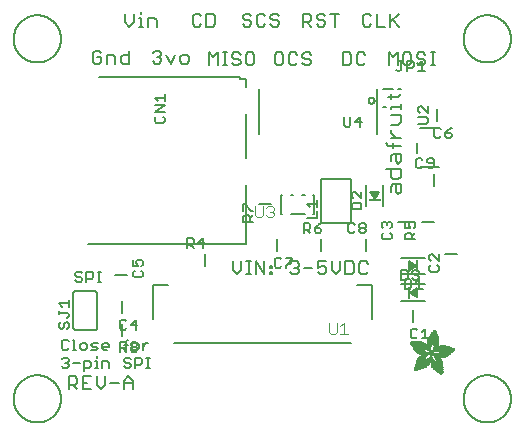
<source format=gbr>
G04 EAGLE Gerber RS-274X export*
G75*
%MOMM*%
%FSLAX34Y34*%
%LPD*%
%INSilkscreen Top*%
%IPPOS*%
%AMOC8*
5,1,8,0,0,1.08239X$1,22.5*%
G01*
%ADD10C,0.152400*%
%ADD11C,0.203200*%
%ADD12C,0.177800*%
%ADD13R,0.200000X1.000000*%
%ADD14C,0.127000*%
%ADD15C,0.076200*%
%ADD16R,1.000000X0.200000*%
%ADD17R,0.050800X0.006300*%
%ADD18R,0.082600X0.006400*%
%ADD19R,0.120600X0.006300*%
%ADD20R,0.139700X0.006400*%
%ADD21R,0.158800X0.006300*%
%ADD22R,0.177800X0.006400*%
%ADD23R,0.196800X0.006300*%
%ADD24R,0.215900X0.006400*%
%ADD25R,0.228600X0.006300*%
%ADD26R,0.241300X0.006400*%
%ADD27R,0.254000X0.006300*%
%ADD28R,0.266700X0.006400*%
%ADD29R,0.279400X0.006300*%
%ADD30R,0.285700X0.006400*%
%ADD31R,0.298400X0.006300*%
%ADD32R,0.311200X0.006400*%
%ADD33R,0.317500X0.006300*%
%ADD34R,0.330200X0.006400*%
%ADD35R,0.336600X0.006300*%
%ADD36R,0.349200X0.006400*%
%ADD37R,0.361900X0.006300*%
%ADD38R,0.368300X0.006400*%
%ADD39R,0.381000X0.006300*%
%ADD40R,0.387300X0.006400*%
%ADD41R,0.393700X0.006300*%
%ADD42R,0.406400X0.006400*%
%ADD43R,0.412700X0.006300*%
%ADD44R,0.419100X0.006400*%
%ADD45R,0.431800X0.006300*%
%ADD46R,0.438100X0.006400*%
%ADD47R,0.450800X0.006300*%
%ADD48R,0.457200X0.006400*%
%ADD49R,0.463500X0.006300*%
%ADD50R,0.476200X0.006400*%
%ADD51R,0.482600X0.006300*%
%ADD52R,0.488900X0.006400*%
%ADD53R,0.501600X0.006300*%
%ADD54R,0.508000X0.006400*%
%ADD55R,0.514300X0.006300*%
%ADD56R,0.527000X0.006400*%
%ADD57R,0.533400X0.006300*%
%ADD58R,0.546100X0.006400*%
%ADD59R,0.552400X0.006300*%
%ADD60R,0.558800X0.006400*%
%ADD61R,0.571500X0.006300*%
%ADD62R,0.577800X0.006400*%
%ADD63R,0.584200X0.006300*%
%ADD64R,0.596900X0.006400*%
%ADD65R,0.603200X0.006300*%
%ADD66R,0.609600X0.006400*%
%ADD67R,0.622300X0.006300*%
%ADD68R,0.628600X0.006400*%
%ADD69R,0.641300X0.006300*%
%ADD70R,0.647700X0.006400*%
%ADD71R,0.063500X0.006300*%
%ADD72R,0.654000X0.006300*%
%ADD73R,0.101600X0.006400*%
%ADD74R,0.666700X0.006400*%
%ADD75R,0.139700X0.006300*%
%ADD76R,0.673100X0.006300*%
%ADD77R,0.165100X0.006400*%
%ADD78R,0.679400X0.006400*%
%ADD79R,0.196900X0.006300*%
%ADD80R,0.692100X0.006300*%
%ADD81R,0.222200X0.006400*%
%ADD82R,0.698500X0.006400*%
%ADD83R,0.247700X0.006300*%
%ADD84R,0.704800X0.006300*%
%ADD85R,0.279400X0.006400*%
%ADD86R,0.717500X0.006400*%
%ADD87R,0.298500X0.006300*%
%ADD88R,0.723900X0.006300*%
%ADD89R,0.736600X0.006400*%
%ADD90R,0.342900X0.006300*%
%ADD91R,0.742900X0.006300*%
%ADD92R,0.374700X0.006400*%
%ADD93R,0.749300X0.006400*%
%ADD94R,0.762000X0.006300*%
%ADD95R,0.412700X0.006400*%
%ADD96R,0.768300X0.006400*%
%ADD97R,0.438100X0.006300*%
%ADD98R,0.774700X0.006300*%
%ADD99R,0.463600X0.006400*%
%ADD100R,0.787400X0.006400*%
%ADD101R,0.793700X0.006300*%
%ADD102R,0.495300X0.006400*%
%ADD103R,0.800100X0.006400*%
%ADD104R,0.520700X0.006300*%
%ADD105R,0.812800X0.006300*%
%ADD106R,0.533400X0.006400*%
%ADD107R,0.819100X0.006400*%
%ADD108R,0.558800X0.006300*%
%ADD109R,0.825500X0.006300*%
%ADD110R,0.577900X0.006400*%
%ADD111R,0.831800X0.006400*%
%ADD112R,0.596900X0.006300*%
%ADD113R,0.844500X0.006300*%
%ADD114R,0.616000X0.006400*%
%ADD115R,0.850900X0.006400*%
%ADD116R,0.635000X0.006300*%
%ADD117R,0.857200X0.006300*%
%ADD118R,0.654100X0.006400*%
%ADD119R,0.863600X0.006400*%
%ADD120R,0.666700X0.006300*%
%ADD121R,0.869900X0.006300*%
%ADD122R,0.685800X0.006400*%
%ADD123R,0.876300X0.006400*%
%ADD124R,0.882600X0.006300*%
%ADD125R,0.723900X0.006400*%
%ADD126R,0.889000X0.006400*%
%ADD127R,0.895300X0.006300*%
%ADD128R,0.755700X0.006400*%
%ADD129R,0.901700X0.006400*%
%ADD130R,0.908000X0.006300*%
%ADD131R,0.793800X0.006400*%
%ADD132R,0.914400X0.006400*%
%ADD133R,0.806400X0.006300*%
%ADD134R,0.920700X0.006300*%
%ADD135R,0.825500X0.006400*%
%ADD136R,0.927100X0.006400*%
%ADD137R,0.933400X0.006300*%
%ADD138R,0.857300X0.006400*%
%ADD139R,0.939800X0.006400*%
%ADD140R,0.870000X0.006300*%
%ADD141R,0.939800X0.006300*%
%ADD142R,0.946100X0.006400*%
%ADD143R,0.952500X0.006300*%
%ADD144R,0.908000X0.006400*%
%ADD145R,0.958800X0.006400*%
%ADD146R,0.965200X0.006300*%
%ADD147R,0.965200X0.006400*%
%ADD148R,0.971500X0.006300*%
%ADD149R,0.952500X0.006400*%
%ADD150R,0.977900X0.006400*%
%ADD151R,0.958800X0.006300*%
%ADD152R,0.984200X0.006300*%
%ADD153R,0.971500X0.006400*%
%ADD154R,0.984200X0.006400*%
%ADD155R,0.990600X0.006300*%
%ADD156R,0.984300X0.006400*%
%ADD157R,0.996900X0.006400*%
%ADD158R,0.997000X0.006300*%
%ADD159R,0.996900X0.006300*%
%ADD160R,1.003300X0.006400*%
%ADD161R,1.016000X0.006300*%
%ADD162R,1.009600X0.006300*%
%ADD163R,1.016000X0.006400*%
%ADD164R,1.009600X0.006400*%
%ADD165R,1.022300X0.006300*%
%ADD166R,1.028700X0.006400*%
%ADD167R,1.035100X0.006300*%
%ADD168R,1.047800X0.006400*%
%ADD169R,1.054100X0.006300*%
%ADD170R,1.028700X0.006300*%
%ADD171R,1.054100X0.006400*%
%ADD172R,1.035000X0.006400*%
%ADD173R,1.060400X0.006300*%
%ADD174R,1.035000X0.006300*%
%ADD175R,1.060500X0.006400*%
%ADD176R,1.041400X0.006400*%
%ADD177R,1.066800X0.006300*%
%ADD178R,1.041400X0.006300*%
%ADD179R,1.079500X0.006400*%
%ADD180R,1.047700X0.006400*%
%ADD181R,1.085900X0.006300*%
%ADD182R,1.047700X0.006300*%
%ADD183R,1.085800X0.006400*%
%ADD184R,1.092200X0.006300*%
%ADD185R,1.085900X0.006400*%
%ADD186R,1.098600X0.006300*%
%ADD187R,1.098600X0.006400*%
%ADD188R,1.060400X0.006400*%
%ADD189R,1.104900X0.006300*%
%ADD190R,1.104900X0.006400*%
%ADD191R,1.066800X0.006400*%
%ADD192R,1.111200X0.006300*%
%ADD193R,1.117600X0.006400*%
%ADD194R,1.117600X0.006300*%
%ADD195R,1.073100X0.006300*%
%ADD196R,1.073100X0.006400*%
%ADD197R,1.124000X0.006300*%
%ADD198R,1.079500X0.006300*%
%ADD199R,1.123900X0.006400*%
%ADD200R,1.130300X0.006300*%
%ADD201R,1.130300X0.006400*%
%ADD202R,1.136700X0.006400*%
%ADD203R,1.136700X0.006300*%
%ADD204R,1.085800X0.006300*%
%ADD205R,1.136600X0.006400*%
%ADD206R,1.136600X0.006300*%
%ADD207R,1.143000X0.006400*%
%ADD208R,1.143000X0.006300*%
%ADD209R,1.149400X0.006300*%
%ADD210R,1.149300X0.006300*%
%ADD211R,1.149300X0.006400*%
%ADD212R,1.149400X0.006400*%
%ADD213R,1.155700X0.006400*%
%ADD214R,1.155700X0.006300*%
%ADD215R,1.060500X0.006300*%
%ADD216R,2.197100X0.006400*%
%ADD217R,2.197100X0.006300*%
%ADD218R,2.184400X0.006300*%
%ADD219R,2.184400X0.006400*%
%ADD220R,2.171700X0.006400*%
%ADD221R,2.171700X0.006300*%
%ADD222R,1.530300X0.006400*%
%ADD223R,1.505000X0.006300*%
%ADD224R,1.492300X0.006400*%
%ADD225R,1.485900X0.006300*%
%ADD226R,0.565200X0.006300*%
%ADD227R,1.473200X0.006400*%
%ADD228R,0.565200X0.006400*%
%ADD229R,1.460500X0.006300*%
%ADD230R,1.454100X0.006400*%
%ADD231R,0.552400X0.006400*%
%ADD232R,1.441500X0.006300*%
%ADD233R,0.546100X0.006300*%
%ADD234R,1.435100X0.006400*%
%ADD235R,0.539800X0.006400*%
%ADD236R,1.428800X0.006300*%
%ADD237R,1.422400X0.006400*%
%ADD238R,1.409700X0.006300*%
%ADD239R,0.527100X0.006300*%
%ADD240R,1.403300X0.006400*%
%ADD241R,0.527100X0.006400*%
%ADD242R,1.390700X0.006300*%
%ADD243R,1.384300X0.006400*%
%ADD244R,0.520700X0.006400*%
%ADD245R,1.384300X0.006300*%
%ADD246R,0.514400X0.006300*%
%ADD247R,1.371600X0.006400*%
%ADD248R,1.365200X0.006300*%
%ADD249R,0.508000X0.006300*%
%ADD250R,1.352600X0.006400*%
%ADD251R,0.501700X0.006400*%
%ADD252R,0.711200X0.006300*%
%ADD253R,0.603300X0.006300*%
%ADD254R,0.501700X0.006300*%
%ADD255R,0.692100X0.006400*%
%ADD256R,0.571500X0.006400*%
%ADD257R,0.679400X0.006300*%
%ADD258R,0.495300X0.006300*%
%ADD259R,0.673100X0.006400*%
%ADD260R,0.666800X0.006300*%
%ADD261R,0.488900X0.006300*%
%ADD262R,0.660400X0.006400*%
%ADD263R,0.482600X0.006400*%
%ADD264R,0.476200X0.006300*%
%ADD265R,0.654000X0.006400*%
%ADD266R,0.469900X0.006400*%
%ADD267R,0.476300X0.006400*%
%ADD268R,0.647700X0.006300*%
%ADD269R,0.457200X0.006300*%
%ADD270R,0.469900X0.006300*%
%ADD271R,0.641300X0.006400*%
%ADD272R,0.444500X0.006400*%
%ADD273R,0.463600X0.006300*%
%ADD274R,0.635000X0.006400*%
%ADD275R,0.463500X0.006400*%
%ADD276R,0.393700X0.006400*%
%ADD277R,0.450800X0.006400*%
%ADD278R,0.628600X0.006300*%
%ADD279R,0.387400X0.006300*%
%ADD280R,0.450900X0.006300*%
%ADD281R,0.628700X0.006400*%
%ADD282R,0.374600X0.006400*%
%ADD283R,0.368300X0.006300*%
%ADD284R,0.438200X0.006300*%
%ADD285R,0.622300X0.006400*%
%ADD286R,0.355600X0.006400*%
%ADD287R,0.431800X0.006400*%
%ADD288R,0.349300X0.006300*%
%ADD289R,0.425400X0.006300*%
%ADD290R,0.615900X0.006300*%
%ADD291R,0.330200X0.006300*%
%ADD292R,0.419100X0.006300*%
%ADD293R,0.616000X0.006300*%
%ADD294R,0.311200X0.006300*%
%ADD295R,0.406400X0.006300*%
%ADD296R,0.615900X0.006400*%
%ADD297R,0.304800X0.006400*%
%ADD298R,0.158800X0.006400*%
%ADD299R,0.609600X0.006300*%
%ADD300R,0.292100X0.006300*%
%ADD301R,0.235000X0.006300*%
%ADD302R,0.387400X0.006400*%
%ADD303R,0.292100X0.006400*%
%ADD304R,0.336500X0.006300*%
%ADD305R,0.260400X0.006300*%
%ADD306R,0.603300X0.006400*%
%ADD307R,0.260400X0.006400*%
%ADD308R,0.362000X0.006400*%
%ADD309R,0.450900X0.006400*%
%ADD310R,0.355600X0.006300*%
%ADD311R,0.342900X0.006400*%
%ADD312R,0.514300X0.006400*%
%ADD313R,0.234900X0.006300*%
%ADD314R,0.539700X0.006300*%
%ADD315R,0.603200X0.006400*%
%ADD316R,0.234900X0.006400*%
%ADD317R,0.920700X0.006400*%
%ADD318R,0.958900X0.006400*%
%ADD319R,0.215900X0.006300*%
%ADD320R,0.209600X0.006400*%
%ADD321R,0.203200X0.006300*%
%ADD322R,1.003300X0.006300*%
%ADD323R,0.203200X0.006400*%
%ADD324R,0.196900X0.006400*%
%ADD325R,0.190500X0.006300*%
%ADD326R,0.190500X0.006400*%
%ADD327R,0.184200X0.006300*%
%ADD328R,0.590500X0.006400*%
%ADD329R,0.184200X0.006400*%
%ADD330R,0.590500X0.006300*%
%ADD331R,0.177800X0.006300*%
%ADD332R,0.584200X0.006400*%
%ADD333R,1.168400X0.006400*%
%ADD334R,0.171500X0.006300*%
%ADD335R,1.187500X0.006300*%
%ADD336R,1.200100X0.006400*%
%ADD337R,0.577800X0.006300*%
%ADD338R,1.212900X0.006300*%
%ADD339R,1.231900X0.006400*%
%ADD340R,1.250900X0.006300*%
%ADD341R,0.565100X0.006400*%
%ADD342R,0.184100X0.006400*%
%ADD343R,1.263700X0.006400*%
%ADD344R,0.565100X0.006300*%
%ADD345R,1.289100X0.006300*%
%ADD346R,1.314400X0.006400*%
%ADD347R,0.552500X0.006300*%
%ADD348R,1.568500X0.006300*%
%ADD349R,0.552500X0.006400*%
%ADD350R,1.581200X0.006400*%
%ADD351R,1.593800X0.006300*%
%ADD352R,1.606500X0.006400*%
%ADD353R,1.619300X0.006300*%
%ADD354R,0.514400X0.006400*%
%ADD355R,1.638300X0.006400*%
%ADD356R,1.657300X0.006300*%
%ADD357R,2.209800X0.006400*%
%ADD358R,2.425700X0.006300*%
%ADD359R,2.470100X0.006400*%
%ADD360R,2.501900X0.006300*%
%ADD361R,2.533700X0.006400*%
%ADD362R,2.559000X0.006300*%
%ADD363R,2.584500X0.006400*%
%ADD364R,2.609900X0.006300*%
%ADD365R,2.628900X0.006400*%
%ADD366R,2.660600X0.006300*%
%ADD367R,2.673400X0.006400*%
%ADD368R,1.422400X0.006300*%
%ADD369R,1.200200X0.006300*%
%ADD370R,1.365300X0.006300*%
%ADD371R,1.365300X0.006400*%
%ADD372R,1.352500X0.006300*%
%ADD373R,1.098500X0.006300*%
%ADD374R,1.358900X0.006400*%
%ADD375R,1.352600X0.006300*%
%ADD376R,1.358900X0.006300*%
%ADD377R,1.371600X0.006300*%
%ADD378R,1.377900X0.006400*%
%ADD379R,1.397000X0.006400*%
%ADD380R,1.403300X0.006300*%
%ADD381R,0.914400X0.006300*%
%ADD382R,0.876300X0.006300*%
%ADD383R,0.374600X0.006300*%
%ADD384R,1.073200X0.006400*%
%ADD385R,0.374700X0.006300*%
%ADD386R,0.844600X0.006400*%
%ADD387R,0.844600X0.006300*%
%ADD388R,0.831900X0.006400*%
%ADD389R,1.092200X0.006400*%
%ADD390R,0.400000X0.006300*%
%ADD391R,0.819200X0.006400*%
%ADD392R,1.111300X0.006400*%
%ADD393R,0.812800X0.006400*%
%ADD394R,0.800100X0.006300*%
%ADD395R,0.476300X0.006300*%
%ADD396R,1.181100X0.006300*%
%ADD397R,0.501600X0.006400*%
%ADD398R,1.193800X0.006400*%
%ADD399R,0.781000X0.006400*%
%ADD400R,1.238200X0.006400*%
%ADD401R,0.781100X0.006300*%
%ADD402R,1.257300X0.006300*%
%ADD403R,1.295400X0.006400*%
%ADD404R,1.333500X0.006300*%
%ADD405R,0.774700X0.006400*%
%ADD406R,1.866900X0.006400*%
%ADD407R,0.209600X0.006300*%
%ADD408R,1.866900X0.006300*%
%ADD409R,0.768400X0.006400*%
%ADD410R,0.209500X0.006400*%
%ADD411R,1.860600X0.006400*%
%ADD412R,0.762000X0.006400*%
%ADD413R,0.768400X0.006300*%
%ADD414R,1.860600X0.006300*%
%ADD415R,1.860500X0.006400*%
%ADD416R,0.222300X0.006300*%
%ADD417R,1.854200X0.006300*%
%ADD418R,0.235000X0.006400*%
%ADD419R,1.854200X0.006400*%
%ADD420R,0.768300X0.006300*%
%ADD421R,0.260300X0.006400*%
%ADD422R,1.847800X0.006400*%
%ADD423R,0.266700X0.006300*%
%ADD424R,1.847800X0.006300*%
%ADD425R,0.273100X0.006400*%
%ADD426R,1.841500X0.006400*%
%ADD427R,0.285800X0.006300*%
%ADD428R,1.841500X0.006300*%
%ADD429R,0.298500X0.006400*%
%ADD430R,1.835100X0.006400*%
%ADD431R,0.781000X0.006300*%
%ADD432R,0.304800X0.006300*%
%ADD433R,1.835100X0.006300*%
%ADD434R,0.317500X0.006400*%
%ADD435R,1.828800X0.006400*%
%ADD436R,0.787400X0.006300*%
%ADD437R,0.323800X0.006300*%
%ADD438R,1.828800X0.006300*%
%ADD439R,0.793700X0.006400*%
%ADD440R,1.822400X0.006400*%
%ADD441R,0.806500X0.006300*%
%ADD442R,1.822400X0.006300*%
%ADD443R,1.816100X0.006400*%
%ADD444R,0.819100X0.006300*%
%ADD445R,0.387300X0.006300*%
%ADD446R,1.816100X0.006300*%
%ADD447R,1.809800X0.006400*%
%ADD448R,1.803400X0.006300*%
%ADD449R,1.797000X0.006400*%
%ADD450R,0.901700X0.006300*%
%ADD451R,1.797000X0.006300*%
%ADD452R,1.441400X0.006400*%
%ADD453R,1.790700X0.006400*%
%ADD454R,1.447800X0.006300*%
%ADD455R,1.784300X0.006300*%
%ADD456R,1.447800X0.006400*%
%ADD457R,1.784300X0.006400*%
%ADD458R,1.454100X0.006300*%
%ADD459R,1.771700X0.006300*%
%ADD460R,1.460500X0.006400*%
%ADD461R,1.759000X0.006400*%
%ADD462R,1.466800X0.006300*%
%ADD463R,1.752600X0.006300*%
%ADD464R,1.466800X0.006400*%
%ADD465R,1.739900X0.006400*%
%ADD466R,1.473200X0.006300*%
%ADD467R,1.727200X0.006300*%
%ADD468R,1.479500X0.006400*%
%ADD469R,1.714500X0.006400*%
%ADD470R,1.695400X0.006300*%
%ADD471R,1.485900X0.006400*%
%ADD472R,1.682700X0.006400*%
%ADD473R,1.492200X0.006300*%
%ADD474R,1.663700X0.006300*%
%ADD475R,1.498600X0.006400*%
%ADD476R,1.644600X0.006400*%
%ADD477R,1.498600X0.006300*%
%ADD478R,1.619200X0.006300*%
%ADD479R,1.511300X0.006400*%
%ADD480R,1.600200X0.006400*%
%ADD481R,1.517700X0.006300*%
%ADD482R,1.574800X0.006300*%
%ADD483R,1.524000X0.006400*%
%ADD484R,1.555800X0.006400*%
%ADD485R,1.524000X0.006300*%
%ADD486R,1.536700X0.006300*%
%ADD487R,1.530400X0.006400*%
%ADD488R,1.517700X0.006400*%
%ADD489R,1.492300X0.006300*%
%ADD490R,1.549400X0.006400*%
%ADD491R,1.479600X0.006400*%
%ADD492R,1.549400X0.006300*%
%ADD493R,1.555700X0.006400*%
%ADD494R,1.562100X0.006300*%
%ADD495R,0.323900X0.006300*%
%ADD496R,1.568400X0.006400*%
%ADD497R,0.336600X0.006400*%
%ADD498R,1.587500X0.006300*%
%ADD499R,0.971600X0.006300*%
%ADD500R,0.349300X0.006400*%
%ADD501R,1.600200X0.006300*%
%ADD502R,0.920800X0.006300*%
%ADD503R,0.882700X0.006400*%
%ADD504R,1.612900X0.006300*%
%ADD505R,0.362000X0.006300*%
%ADD506R,1.625600X0.006400*%
%ADD507R,1.625600X0.006300*%
%ADD508R,1.644600X0.006300*%
%ADD509R,0.736600X0.006300*%
%ADD510R,0.717600X0.006400*%
%ADD511R,1.657400X0.006300*%
%ADD512R,0.679500X0.006300*%
%ADD513R,1.663700X0.006400*%
%ADD514R,0.400000X0.006400*%
%ADD515R,1.676400X0.006300*%
%ADD516R,1.676400X0.006400*%
%ADD517R,0.425500X0.006400*%
%ADD518R,1.352500X0.006400*%
%ADD519R,0.444500X0.006300*%
%ADD520R,0.361900X0.006400*%
%ADD521R,0.088900X0.006300*%
%ADD522R,1.009700X0.006300*%
%ADD523R,1.009700X0.006400*%
%ADD524R,1.022300X0.006400*%
%ADD525R,1.346200X0.006400*%
%ADD526R,1.346200X0.006300*%
%ADD527R,1.339900X0.006400*%
%ADD528R,1.035100X0.006400*%
%ADD529R,1.339800X0.006300*%
%ADD530R,1.333500X0.006400*%
%ADD531R,1.327200X0.006400*%
%ADD532R,1.320800X0.006300*%
%ADD533R,1.314500X0.006400*%
%ADD534R,1.314400X0.006300*%
%ADD535R,1.301700X0.006400*%
%ADD536R,1.295400X0.006300*%
%ADD537R,1.289000X0.006400*%
%ADD538R,1.276300X0.006300*%
%ADD539R,1.251000X0.006300*%
%ADD540R,1.244600X0.006400*%
%ADD541R,1.231900X0.006300*%
%ADD542R,1.212800X0.006400*%
%ADD543R,1.200100X0.006300*%
%ADD544R,1.187400X0.006400*%
%ADD545R,1.168400X0.006300*%
%ADD546R,1.047800X0.006300*%
%ADD547R,0.977900X0.006300*%
%ADD548R,0.946200X0.006400*%
%ADD549R,0.933400X0.006400*%
%ADD550R,0.895300X0.006400*%
%ADD551R,0.882700X0.006300*%
%ADD552R,0.863600X0.006300*%
%ADD553R,0.857200X0.006400*%
%ADD554R,0.850900X0.006300*%
%ADD555R,0.838200X0.006300*%
%ADD556R,0.806500X0.006400*%
%ADD557R,0.717600X0.006300*%
%ADD558R,0.711200X0.006400*%
%ADD559R,0.641400X0.006400*%
%ADD560R,0.641400X0.006300*%
%ADD561R,0.628700X0.006300*%
%ADD562R,0.590600X0.006300*%
%ADD563R,0.539700X0.006400*%
%ADD564R,0.285700X0.006300*%
%ADD565R,0.222200X0.006300*%
%ADD566R,0.171400X0.006300*%
%ADD567R,0.152400X0.006400*%
%ADD568R,0.133400X0.006300*%

G36*
X95116Y17995D02*
X95116Y17995D01*
X95143Y17995D01*
X95254Y18027D01*
X95367Y18053D01*
X95390Y18066D01*
X95416Y18074D01*
X95514Y18136D01*
X95615Y18192D01*
X95631Y18210D01*
X95656Y18225D01*
X95841Y18433D01*
X95845Y18437D01*
X97845Y21437D01*
X97876Y21501D01*
X97916Y21561D01*
X97937Y21629D01*
X97968Y21693D01*
X97980Y21764D01*
X98001Y21832D01*
X98003Y21903D01*
X98015Y21974D01*
X98007Y22045D01*
X98009Y22116D01*
X97991Y22185D01*
X97982Y22256D01*
X97955Y22322D01*
X97937Y22391D01*
X97900Y22452D01*
X97873Y22518D01*
X97828Y22574D01*
X97792Y22636D01*
X97740Y22685D01*
X97695Y22740D01*
X97637Y22781D01*
X97584Y22830D01*
X97521Y22863D01*
X97463Y22904D01*
X97395Y22927D01*
X97331Y22960D01*
X97272Y22970D01*
X97194Y22997D01*
X97075Y23003D01*
X97000Y23015D01*
X93000Y23015D01*
X92929Y23005D01*
X92857Y23005D01*
X92789Y22985D01*
X92719Y22975D01*
X92653Y22946D01*
X92584Y22926D01*
X92524Y22888D01*
X92459Y22859D01*
X92404Y22813D01*
X92344Y22775D01*
X92296Y22722D01*
X92242Y22676D01*
X92202Y22616D01*
X92155Y22562D01*
X92124Y22498D01*
X92085Y22439D01*
X92063Y22371D01*
X92032Y22306D01*
X92020Y22236D01*
X91999Y22168D01*
X91997Y22096D01*
X91985Y22026D01*
X91993Y21955D01*
X91991Y21884D01*
X92010Y21814D01*
X92018Y21743D01*
X92043Y21688D01*
X92063Y21609D01*
X92124Y21506D01*
X92155Y21437D01*
X94155Y18437D01*
X94232Y18350D01*
X94305Y18260D01*
X94327Y18245D01*
X94345Y18225D01*
X94442Y18163D01*
X94537Y18096D01*
X94563Y18088D01*
X94585Y18073D01*
X94696Y18041D01*
X94806Y18003D01*
X94833Y18002D01*
X94858Y17995D01*
X94974Y17995D01*
X95090Y17989D01*
X95116Y17995D01*
G37*
G36*
X125545Y-43007D02*
X125545Y-43007D01*
X125616Y-43009D01*
X125686Y-42990D01*
X125757Y-42982D01*
X125812Y-42957D01*
X125891Y-42937D01*
X125994Y-42876D01*
X126063Y-42845D01*
X129063Y-40845D01*
X129150Y-40768D01*
X129240Y-40695D01*
X129255Y-40673D01*
X129275Y-40655D01*
X129337Y-40558D01*
X129404Y-40463D01*
X129412Y-40437D01*
X129427Y-40415D01*
X129459Y-40304D01*
X129497Y-40194D01*
X129498Y-40167D01*
X129505Y-40142D01*
X129505Y-40026D01*
X129511Y-39910D01*
X129505Y-39884D01*
X129505Y-39857D01*
X129473Y-39746D01*
X129447Y-39633D01*
X129434Y-39610D01*
X129426Y-39584D01*
X129364Y-39486D01*
X129308Y-39385D01*
X129290Y-39369D01*
X129275Y-39344D01*
X129067Y-39159D01*
X129063Y-39155D01*
X126063Y-37155D01*
X125999Y-37124D01*
X125939Y-37085D01*
X125871Y-37063D01*
X125807Y-37032D01*
X125736Y-37020D01*
X125668Y-36999D01*
X125597Y-36997D01*
X125527Y-36985D01*
X125455Y-36993D01*
X125384Y-36991D01*
X125315Y-37009D01*
X125244Y-37018D01*
X125178Y-37045D01*
X125109Y-37063D01*
X125048Y-37100D01*
X124982Y-37127D01*
X124926Y-37172D01*
X124864Y-37209D01*
X124815Y-37260D01*
X124760Y-37305D01*
X124719Y-37364D01*
X124670Y-37416D01*
X124637Y-37479D01*
X124596Y-37537D01*
X124573Y-37605D01*
X124540Y-37669D01*
X124530Y-37728D01*
X124503Y-37806D01*
X124497Y-37925D01*
X124485Y-38000D01*
X124485Y-42000D01*
X124495Y-42071D01*
X124495Y-42143D01*
X124515Y-42211D01*
X124525Y-42282D01*
X124554Y-42347D01*
X124574Y-42416D01*
X124612Y-42476D01*
X124641Y-42541D01*
X124687Y-42596D01*
X124725Y-42656D01*
X124779Y-42704D01*
X124825Y-42758D01*
X124884Y-42798D01*
X124938Y-42845D01*
X125002Y-42876D01*
X125061Y-42916D01*
X125130Y-42937D01*
X125194Y-42968D01*
X125264Y-42980D01*
X125332Y-43001D01*
X125404Y-43003D01*
X125475Y-43015D01*
X125545Y-43007D01*
G37*
G36*
X129545Y-65507D02*
X129545Y-65507D01*
X129616Y-65509D01*
X129685Y-65491D01*
X129756Y-65482D01*
X129822Y-65455D01*
X129891Y-65437D01*
X129952Y-65400D01*
X130018Y-65373D01*
X130074Y-65328D01*
X130136Y-65292D01*
X130185Y-65240D01*
X130240Y-65195D01*
X130281Y-65137D01*
X130330Y-65084D01*
X130363Y-65021D01*
X130404Y-64963D01*
X130427Y-64895D01*
X130460Y-64831D01*
X130470Y-64772D01*
X130497Y-64694D01*
X130503Y-64575D01*
X130515Y-64500D01*
X130515Y-60500D01*
X130505Y-60429D01*
X130505Y-60357D01*
X130485Y-60289D01*
X130475Y-60219D01*
X130446Y-60153D01*
X130426Y-60084D01*
X130388Y-60024D01*
X130359Y-59959D01*
X130313Y-59904D01*
X130275Y-59844D01*
X130222Y-59796D01*
X130176Y-59742D01*
X130116Y-59702D01*
X130062Y-59655D01*
X129998Y-59624D01*
X129939Y-59585D01*
X129871Y-59563D01*
X129806Y-59532D01*
X129736Y-59520D01*
X129668Y-59499D01*
X129596Y-59497D01*
X129526Y-59485D01*
X129455Y-59493D01*
X129384Y-59491D01*
X129314Y-59510D01*
X129243Y-59518D01*
X129188Y-59543D01*
X129109Y-59563D01*
X129006Y-59624D01*
X128937Y-59655D01*
X125937Y-61655D01*
X125850Y-61732D01*
X125760Y-61805D01*
X125745Y-61827D01*
X125725Y-61845D01*
X125663Y-61942D01*
X125596Y-62037D01*
X125588Y-62063D01*
X125573Y-62085D01*
X125541Y-62196D01*
X125503Y-62306D01*
X125502Y-62333D01*
X125495Y-62358D01*
X125495Y-62474D01*
X125489Y-62590D01*
X125495Y-62616D01*
X125495Y-62643D01*
X125527Y-62754D01*
X125553Y-62867D01*
X125566Y-62890D01*
X125574Y-62916D01*
X125636Y-63014D01*
X125692Y-63115D01*
X125710Y-63131D01*
X125725Y-63156D01*
X125933Y-63341D01*
X125937Y-63345D01*
X128937Y-65345D01*
X129001Y-65376D01*
X129061Y-65416D01*
X129129Y-65437D01*
X129193Y-65468D01*
X129264Y-65480D01*
X129332Y-65501D01*
X129403Y-65503D01*
X129474Y-65515D01*
X129545Y-65507D01*
G37*
D10*
X-152456Y-46255D02*
X-153896Y-44815D01*
X-156777Y-44815D01*
X-158218Y-46255D01*
X-158218Y-47696D01*
X-156777Y-49136D01*
X-153896Y-49136D01*
X-152456Y-50577D01*
X-152456Y-52017D01*
X-153896Y-53458D01*
X-156777Y-53458D01*
X-158218Y-52017D01*
X-148863Y-53458D02*
X-148863Y-44815D01*
X-144541Y-44815D01*
X-143101Y-46255D01*
X-143101Y-49136D01*
X-144541Y-50577D01*
X-148863Y-50577D01*
X-139508Y-53458D02*
X-136627Y-53458D01*
X-138067Y-53458D02*
X-138067Y-44815D01*
X-136627Y-44815D02*
X-139508Y-44815D01*
X108834Y22740D02*
X108834Y26977D01*
X110953Y29096D01*
X117308Y29096D01*
X117308Y22740D01*
X115190Y20622D01*
X113071Y22740D01*
X113071Y29096D01*
X117308Y42193D02*
X104597Y42193D01*
X117308Y42193D02*
X117308Y35838D01*
X115190Y33719D01*
X110953Y33719D01*
X108834Y35838D01*
X108834Y42193D01*
X108834Y48935D02*
X108834Y53172D01*
X110953Y55290D01*
X117308Y55290D01*
X117308Y48935D01*
X115190Y46817D01*
X113071Y48935D01*
X113071Y55290D01*
X117308Y62032D02*
X106716Y62032D01*
X104597Y64151D01*
X110953Y64151D02*
X110953Y59914D01*
X108834Y68645D02*
X117308Y68645D01*
X113071Y68645D02*
X108834Y72882D01*
X108834Y75001D01*
X108834Y79560D02*
X115190Y79560D01*
X117308Y81678D01*
X117308Y88034D01*
X108834Y88034D01*
X108834Y92657D02*
X108834Y94775D01*
X117308Y94775D01*
X117308Y92657D02*
X117308Y96894D01*
X104597Y94775D02*
X102479Y94775D01*
X106716Y103507D02*
X115190Y103507D01*
X117308Y105625D01*
X108834Y105625D02*
X108834Y101388D01*
X115190Y110120D02*
X117308Y110120D01*
X110953Y110120D02*
X102479Y110120D01*
D11*
X-163754Y-133477D02*
X-163754Y-144154D01*
X-163754Y-133477D02*
X-158415Y-133477D01*
X-156636Y-135256D01*
X-156636Y-138815D01*
X-158415Y-140595D01*
X-163754Y-140595D01*
X-160195Y-140595D02*
X-156636Y-144154D01*
X-152060Y-133477D02*
X-144942Y-133477D01*
X-152060Y-133477D02*
X-152060Y-144154D01*
X-144942Y-144154D01*
X-148501Y-138815D02*
X-152060Y-138815D01*
X-140366Y-140595D02*
X-140366Y-133477D01*
X-140366Y-140595D02*
X-136807Y-144154D01*
X-133248Y-140595D01*
X-133248Y-133477D01*
X-128672Y-138815D02*
X-121554Y-138815D01*
X-116978Y-137036D02*
X-116978Y-144154D01*
X-116978Y-137036D02*
X-113419Y-133477D01*
X-109860Y-137036D01*
X-109860Y-144154D01*
X-109860Y-138815D02*
X-116978Y-138815D01*
D10*
X-164076Y-103815D02*
X-165516Y-102375D01*
X-168397Y-102375D01*
X-169838Y-103815D01*
X-169838Y-109577D01*
X-168397Y-111018D01*
X-165516Y-111018D01*
X-164076Y-109577D01*
X-160483Y-102375D02*
X-159042Y-102375D01*
X-159042Y-111018D01*
X-157602Y-111018D02*
X-160483Y-111018D01*
X-152805Y-111018D02*
X-149924Y-111018D01*
X-148484Y-109577D01*
X-148484Y-106696D01*
X-149924Y-105256D01*
X-152805Y-105256D01*
X-154246Y-106696D01*
X-154246Y-109577D01*
X-152805Y-111018D01*
X-144891Y-111018D02*
X-140569Y-111018D01*
X-139129Y-109577D01*
X-140569Y-108137D01*
X-143450Y-108137D01*
X-144891Y-106696D01*
X-143450Y-105256D01*
X-139129Y-105256D01*
X-134095Y-111018D02*
X-131214Y-111018D01*
X-134095Y-111018D02*
X-135536Y-109577D01*
X-135536Y-106696D01*
X-134095Y-105256D01*
X-131214Y-105256D01*
X-129773Y-106696D01*
X-129773Y-108137D01*
X-135536Y-108137D01*
X-115385Y-111018D02*
X-115385Y-103815D01*
X-113944Y-102375D01*
X-113944Y-106696D02*
X-116825Y-106696D01*
X-109148Y-111018D02*
X-106267Y-111018D01*
X-104826Y-109577D01*
X-104826Y-106696D01*
X-106267Y-105256D01*
X-109148Y-105256D01*
X-110589Y-106696D01*
X-110589Y-109577D01*
X-109148Y-111018D01*
X-101233Y-111018D02*
X-101233Y-105256D01*
X-101233Y-108137D02*
X-98352Y-105256D01*
X-96912Y-105256D01*
X-168397Y-117615D02*
X-169838Y-119055D01*
X-168397Y-117615D02*
X-165516Y-117615D01*
X-164076Y-119055D01*
X-164076Y-120496D01*
X-165516Y-121936D01*
X-166957Y-121936D01*
X-165516Y-121936D02*
X-164076Y-123377D01*
X-164076Y-124817D01*
X-165516Y-126258D01*
X-168397Y-126258D01*
X-169838Y-124817D01*
X-160483Y-121936D02*
X-154721Y-121936D01*
X-151128Y-120496D02*
X-151128Y-129139D01*
X-151128Y-120496D02*
X-146806Y-120496D01*
X-145365Y-121936D01*
X-145365Y-124817D01*
X-146806Y-126258D01*
X-151128Y-126258D01*
X-141772Y-120496D02*
X-140332Y-120496D01*
X-140332Y-126258D01*
X-141772Y-126258D02*
X-138891Y-126258D01*
X-140332Y-117615D02*
X-140332Y-116174D01*
X-135536Y-120496D02*
X-135536Y-126258D01*
X-135536Y-120496D02*
X-131214Y-120496D01*
X-129773Y-121936D01*
X-129773Y-126258D01*
X-112504Y-117615D02*
X-111063Y-119055D01*
X-112504Y-117615D02*
X-115385Y-117615D01*
X-116825Y-119055D01*
X-116825Y-120496D01*
X-115385Y-121936D01*
X-112504Y-121936D01*
X-111063Y-123377D01*
X-111063Y-124817D01*
X-112504Y-126258D01*
X-115385Y-126258D01*
X-116825Y-124817D01*
X-107470Y-126258D02*
X-107470Y-117615D01*
X-103148Y-117615D01*
X-101708Y-119055D01*
X-101708Y-121936D01*
X-103148Y-123377D01*
X-107470Y-123377D01*
X-98115Y-126258D02*
X-95234Y-126258D01*
X-96674Y-126258D02*
X-96674Y-117615D01*
X-95234Y-117615D02*
X-98115Y-117615D01*
D11*
X-25094Y-43195D02*
X-25094Y-36077D01*
X-25094Y-43195D02*
X-21535Y-46754D01*
X-17976Y-43195D01*
X-17976Y-36077D01*
X-13400Y-46754D02*
X-9841Y-46754D01*
X-11621Y-46754D02*
X-11621Y-36077D01*
X-13400Y-36077D02*
X-9841Y-36077D01*
X-5604Y-36077D02*
X-5604Y-46754D01*
X1514Y-46754D02*
X-5604Y-36077D01*
X1514Y-36077D02*
X1514Y-46754D01*
X6090Y-39636D02*
X7869Y-39636D01*
X7869Y-41415D01*
X6090Y-41415D01*
X6090Y-39636D01*
X6090Y-44975D02*
X7869Y-44975D01*
X7869Y-46754D01*
X6090Y-46754D01*
X6090Y-44975D01*
X23631Y-37856D02*
X25410Y-36077D01*
X28969Y-36077D01*
X30749Y-37856D01*
X30749Y-39636D01*
X28969Y-41415D01*
X27190Y-41415D01*
X28969Y-41415D02*
X30749Y-43195D01*
X30749Y-44975D01*
X28969Y-46754D01*
X25410Y-46754D01*
X23631Y-44975D01*
X35325Y-41415D02*
X42443Y-41415D01*
X47019Y-36077D02*
X54137Y-36077D01*
X47019Y-36077D02*
X47019Y-41415D01*
X50578Y-39636D01*
X52357Y-39636D01*
X54137Y-41415D01*
X54137Y-44975D01*
X52357Y-46754D01*
X48798Y-46754D01*
X47019Y-44975D01*
X58713Y-43195D02*
X58713Y-36077D01*
X58713Y-43195D02*
X62272Y-46754D01*
X65831Y-43195D01*
X65831Y-36077D01*
X70407Y-36077D02*
X70407Y-46754D01*
X75745Y-46754D01*
X77525Y-44975D01*
X77525Y-37856D01*
X75745Y-36077D01*
X70407Y-36077D01*
X87439Y-36077D02*
X89219Y-37856D01*
X87439Y-36077D02*
X83880Y-36077D01*
X82101Y-37856D01*
X82101Y-44975D01*
X83880Y-46754D01*
X87439Y-46754D01*
X89219Y-44975D01*
X-136177Y140334D02*
X-137956Y142113D01*
X-141515Y142113D01*
X-143295Y140334D01*
X-143295Y133216D01*
X-141515Y131436D01*
X-137956Y131436D01*
X-136177Y133216D01*
X-136177Y136775D01*
X-139736Y136775D01*
X-131601Y138554D02*
X-131601Y131436D01*
X-131601Y138554D02*
X-126262Y138554D01*
X-124483Y136775D01*
X-124483Y131436D01*
X-112789Y131436D02*
X-112789Y142113D01*
X-112789Y131436D02*
X-118128Y131436D01*
X-119907Y133216D01*
X-119907Y136775D01*
X-118128Y138554D01*
X-112789Y138554D01*
X-116176Y166375D02*
X-116176Y173493D01*
X-116176Y166375D02*
X-112617Y162816D01*
X-109058Y166375D01*
X-109058Y173493D01*
X-104482Y169934D02*
X-102703Y169934D01*
X-102703Y162816D01*
X-104482Y162816D02*
X-100923Y162816D01*
X-102703Y173493D02*
X-102703Y175273D01*
X-96686Y169934D02*
X-96686Y162816D01*
X-96686Y169934D02*
X-91348Y169934D01*
X-89568Y168155D01*
X-89568Y162816D01*
X-91045Y142153D02*
X-92825Y140374D01*
X-91045Y142153D02*
X-87486Y142153D01*
X-85707Y140374D01*
X-85707Y138594D01*
X-87486Y136815D01*
X-89266Y136815D01*
X-87486Y136815D02*
X-85707Y135035D01*
X-85707Y133256D01*
X-87486Y131476D01*
X-91045Y131476D01*
X-92825Y133256D01*
X-81131Y138594D02*
X-77572Y131476D01*
X-74013Y138594D01*
X-67658Y131476D02*
X-64098Y131476D01*
X-62319Y133256D01*
X-62319Y136815D01*
X-64098Y138594D01*
X-67658Y138594D01*
X-69437Y136815D01*
X-69437Y133256D01*
X-67658Y131476D01*
X-51860Y171714D02*
X-53639Y173493D01*
X-57199Y173493D01*
X-58978Y171714D01*
X-58978Y164596D01*
X-57199Y162816D01*
X-53639Y162816D01*
X-51860Y164596D01*
X-47284Y162816D02*
X-47284Y173493D01*
X-47284Y162816D02*
X-41945Y162816D01*
X-40166Y164596D01*
X-40166Y171714D01*
X-41945Y173493D01*
X-47284Y173493D01*
X-45023Y140883D02*
X-45023Y130206D01*
X-41464Y137324D02*
X-45023Y140883D01*
X-41464Y137324D02*
X-37905Y140883D01*
X-37905Y130206D01*
X-33329Y130206D02*
X-29770Y130206D01*
X-31550Y130206D02*
X-31550Y140883D01*
X-33329Y140883D02*
X-29770Y140883D01*
X-20194Y140883D02*
X-18415Y139104D01*
X-20194Y140883D02*
X-23754Y140883D01*
X-25533Y139104D01*
X-25533Y137324D01*
X-23754Y135545D01*
X-20194Y135545D01*
X-18415Y133765D01*
X-18415Y131986D01*
X-20194Y130206D01*
X-23754Y130206D01*
X-25533Y131986D01*
X-12060Y140883D02*
X-8501Y140883D01*
X-12060Y140883D02*
X-13839Y139104D01*
X-13839Y131986D01*
X-12060Y130206D01*
X-8501Y130206D01*
X-6721Y131986D01*
X-6721Y139104D01*
X-8501Y140883D01*
X-9407Y171714D02*
X-11186Y173493D01*
X-14746Y173493D01*
X-16525Y171714D01*
X-16525Y169934D01*
X-14746Y168155D01*
X-11186Y168155D01*
X-9407Y166375D01*
X-9407Y164596D01*
X-11186Y162816D01*
X-14746Y162816D01*
X-16525Y164596D01*
X508Y173493D02*
X2287Y171714D01*
X508Y173493D02*
X-3052Y173493D01*
X-4831Y171714D01*
X-4831Y164596D01*
X-3052Y162816D01*
X508Y162816D01*
X2287Y164596D01*
X12202Y173493D02*
X13981Y171714D01*
X12202Y173493D02*
X8642Y173493D01*
X6863Y171714D01*
X6863Y169934D01*
X8642Y168155D01*
X12202Y168155D01*
X13981Y166375D01*
X13981Y164596D01*
X12202Y162816D01*
X8642Y162816D01*
X6863Y164596D01*
X12355Y140883D02*
X15914Y140883D01*
X12355Y140883D02*
X10575Y139104D01*
X10575Y131986D01*
X12355Y130206D01*
X15914Y130206D01*
X17693Y131986D01*
X17693Y139104D01*
X15914Y140883D01*
X27608Y140883D02*
X29387Y139104D01*
X27608Y140883D02*
X24049Y140883D01*
X22269Y139104D01*
X22269Y131986D01*
X24049Y130206D01*
X27608Y130206D01*
X29387Y131986D01*
X39302Y140883D02*
X41081Y139104D01*
X39302Y140883D02*
X35742Y140883D01*
X33963Y139104D01*
X33963Y137324D01*
X35742Y135545D01*
X39302Y135545D01*
X41081Y133765D01*
X41081Y131986D01*
X39302Y130206D01*
X35742Y130206D01*
X33963Y131986D01*
X34275Y162816D02*
X34275Y173493D01*
X39614Y173493D01*
X41393Y171714D01*
X41393Y168155D01*
X39614Y166375D01*
X34275Y166375D01*
X37834Y166375D02*
X41393Y162816D01*
X51308Y173493D02*
X53087Y171714D01*
X51308Y173493D02*
X47748Y173493D01*
X45969Y171714D01*
X45969Y169934D01*
X47748Y168155D01*
X51308Y168155D01*
X53087Y166375D01*
X53087Y164596D01*
X51308Y162816D01*
X47748Y162816D01*
X45969Y164596D01*
X61222Y162816D02*
X61222Y173493D01*
X57663Y173493D02*
X64781Y173493D01*
X68122Y140883D02*
X68122Y130206D01*
X73461Y130206D01*
X75240Y131986D01*
X75240Y139104D01*
X73461Y140883D01*
X68122Y140883D01*
X85155Y140883D02*
X86934Y139104D01*
X85155Y140883D02*
X81596Y140883D01*
X79816Y139104D01*
X79816Y131986D01*
X81596Y130206D01*
X85155Y130206D01*
X86934Y131986D01*
X92193Y171714D02*
X90414Y173493D01*
X86855Y173493D01*
X85075Y171714D01*
X85075Y164596D01*
X86855Y162816D01*
X90414Y162816D01*
X92193Y164596D01*
X96769Y162816D02*
X96769Y173493D01*
X96769Y162816D02*
X103887Y162816D01*
X108463Y162816D02*
X108463Y173493D01*
X108463Y166375D02*
X115581Y173493D01*
X110242Y168155D02*
X115581Y162816D01*
X107477Y140883D02*
X107477Y130206D01*
X111036Y137324D02*
X107477Y140883D01*
X111036Y137324D02*
X114595Y140883D01*
X114595Y130206D01*
X120951Y140883D02*
X124510Y140883D01*
X120951Y140883D02*
X119171Y139104D01*
X119171Y131986D01*
X120951Y130206D01*
X124510Y130206D01*
X126289Y131986D01*
X126289Y139104D01*
X124510Y140883D01*
X136204Y140883D02*
X137983Y139104D01*
X136204Y140883D02*
X132644Y140883D01*
X130865Y139104D01*
X130865Y137324D01*
X132644Y135545D01*
X136204Y135545D01*
X137983Y133765D01*
X137983Y131986D01*
X136204Y130206D01*
X132644Y130206D01*
X130865Y131986D01*
X142559Y130206D02*
X146118Y130206D01*
X144338Y130206D02*
X144338Y140883D01*
X142559Y140883D02*
X146118Y140883D01*
X-48750Y-29920D02*
X-48750Y-40080D01*
D12*
X-63736Y-24586D02*
X-63736Y-16197D01*
X-59541Y-16197D01*
X-58143Y-17595D01*
X-58143Y-20391D01*
X-59541Y-21790D01*
X-63736Y-21790D01*
X-60940Y-21790D02*
X-58143Y-24586D01*
X-50186Y-24586D02*
X-50186Y-16197D01*
X-54381Y-20391D01*
X-48788Y-20391D01*
D11*
X127500Y-77420D02*
X127500Y-87580D01*
D12*
X129748Y-92907D02*
X131146Y-94305D01*
X129748Y-92907D02*
X126952Y-92907D01*
X125554Y-94305D01*
X125554Y-99898D01*
X126952Y-101296D01*
X129748Y-101296D01*
X131146Y-99898D01*
X134909Y-95703D02*
X137705Y-92907D01*
X137705Y-101296D01*
X134909Y-101296D02*
X140502Y-101296D01*
D11*
X125080Y-2500D02*
X114920Y-2500D01*
D12*
X102595Y-11893D02*
X101197Y-13291D01*
X101197Y-16088D01*
X102595Y-17486D01*
X108188Y-17486D01*
X109586Y-16088D01*
X109586Y-13291D01*
X108188Y-11893D01*
X102595Y-8131D02*
X101197Y-6733D01*
X101197Y-3936D01*
X102595Y-2538D01*
X103993Y-2538D01*
X105391Y-3936D01*
X105391Y-5334D01*
X105391Y-3936D02*
X106790Y-2538D01*
X108188Y-2538D01*
X109586Y-3936D01*
X109586Y-6733D01*
X108188Y-8131D01*
D11*
X134920Y-2500D02*
X145080Y-2500D01*
D12*
X129586Y-17486D02*
X121197Y-17486D01*
X121197Y-13291D01*
X122595Y-11893D01*
X125391Y-11893D01*
X126790Y-13291D01*
X126790Y-17486D01*
X126790Y-14690D02*
X129586Y-11893D01*
X121197Y-8131D02*
X121197Y-2538D01*
X121197Y-8131D02*
X125391Y-8131D01*
X123993Y-5334D01*
X123993Y-3936D01*
X125391Y-2538D01*
X128188Y-2538D01*
X129586Y-3936D01*
X129586Y-6733D01*
X128188Y-8131D01*
D11*
X137500Y-47000D02*
X117500Y-47000D01*
X117500Y-33000D02*
X137500Y-33000D01*
X130000Y-40000D02*
X124000Y-44000D01*
X124000Y-36000D01*
X130000Y-40000D01*
D13*
X131000Y-40000D03*
D12*
X120679Y-50882D02*
X120679Y-59271D01*
X124873Y-59271D01*
X126271Y-57873D01*
X126271Y-52280D01*
X124873Y-50882D01*
X120679Y-50882D01*
X130034Y-53678D02*
X132830Y-50882D01*
X132830Y-59271D01*
X130034Y-59271D02*
X135627Y-59271D01*
D11*
X-118750Y-69920D02*
X-118750Y-80080D01*
D12*
X-116502Y-85407D02*
X-115104Y-86805D01*
X-116502Y-85407D02*
X-119298Y-85407D01*
X-120696Y-86805D01*
X-120696Y-92398D01*
X-119298Y-93796D01*
X-116502Y-93796D01*
X-115104Y-92398D01*
X-107147Y-93796D02*
X-107147Y-85407D01*
X-111341Y-89601D01*
X-105748Y-89601D01*
D11*
X-114920Y-47500D02*
X-125080Y-47500D01*
D12*
X-109593Y-45252D02*
X-108195Y-43854D01*
X-109593Y-45252D02*
X-109593Y-48048D01*
X-108195Y-49446D01*
X-102602Y-49446D01*
X-101204Y-48048D01*
X-101204Y-45252D01*
X-102602Y-43854D01*
X-109593Y-40091D02*
X-109593Y-34498D01*
X-109593Y-40091D02*
X-105399Y-40091D01*
X-106797Y-37295D01*
X-106797Y-35897D01*
X-105399Y-34498D01*
X-102602Y-34498D01*
X-101204Y-35897D01*
X-101204Y-38693D01*
X-102602Y-40091D01*
D11*
X133250Y43500D02*
X149250Y43500D01*
X149250Y76500D02*
X133250Y76500D01*
X130750Y64000D02*
X130750Y56000D01*
D12*
X131972Y80669D02*
X138963Y80669D01*
X140361Y82067D01*
X140361Y84864D01*
X138963Y86262D01*
X131972Y86262D01*
X140361Y90024D02*
X140361Y95617D01*
X140361Y90024D02*
X134768Y95617D01*
X133370Y95617D01*
X131972Y94219D01*
X131972Y91422D01*
X133370Y90024D01*
D11*
X147500Y92580D02*
X147500Y82420D01*
D12*
X149748Y77093D02*
X151146Y75695D01*
X149748Y77093D02*
X146952Y77093D01*
X145554Y75695D01*
X145554Y70102D01*
X146952Y68704D01*
X149748Y68704D01*
X151146Y70102D01*
X157705Y75695D02*
X160502Y77093D01*
X157705Y75695D02*
X154909Y72899D01*
X154909Y70102D01*
X156307Y68704D01*
X159103Y68704D01*
X160502Y70102D01*
X160502Y71500D01*
X159103Y72899D01*
X154909Y72899D01*
D14*
X44000Y4500D02*
X43000Y4500D01*
X44000Y4500D02*
X44000Y20500D01*
X43000Y20500D01*
X17000Y4500D02*
X16000Y4500D01*
X16000Y20500D01*
X17000Y20500D01*
X24000Y4500D02*
X36000Y4500D01*
X36000Y20500D02*
X34000Y20500D01*
X26000Y20500D02*
X24000Y20500D01*
D15*
X-6109Y10857D02*
X-6109Y3019D01*
X-4542Y1451D01*
X-1406Y1451D01*
X161Y3019D01*
X161Y10857D01*
X3246Y9289D02*
X4813Y10857D01*
X7949Y10857D01*
X9517Y9289D01*
X9517Y7722D01*
X7949Y6154D01*
X6381Y6154D01*
X7949Y6154D02*
X9517Y4586D01*
X9517Y3019D01*
X7949Y1451D01*
X4813Y1451D01*
X3246Y3019D01*
D11*
X12500Y-17420D02*
X12500Y-27580D01*
D12*
X14748Y-32907D02*
X16146Y-34305D01*
X14748Y-32907D02*
X11952Y-32907D01*
X10554Y-34305D01*
X10554Y-39898D01*
X11952Y-41296D01*
X14748Y-41296D01*
X16146Y-39898D01*
X19909Y-32907D02*
X25502Y-32907D01*
X25502Y-34305D01*
X19909Y-39898D01*
X19909Y-41296D01*
D11*
X49800Y-3415D02*
X49800Y33415D01*
X75200Y33415D01*
X75200Y-3415D01*
X49800Y-3415D01*
D12*
X46371Y649D02*
X37982Y649D01*
X46371Y649D02*
X46371Y6242D01*
X40778Y10004D02*
X37982Y12801D01*
X46371Y12801D01*
X46371Y15597D02*
X46371Y10004D01*
D11*
X88000Y11270D02*
X88000Y28730D01*
X102000Y28730D02*
X102000Y11270D01*
X95000Y17000D02*
X91000Y23000D01*
X99000Y23000D01*
X95000Y17000D01*
D16*
X95000Y16000D03*
D12*
X83951Y8189D02*
X75562Y8189D01*
X83951Y8189D02*
X83951Y12384D01*
X82553Y13782D01*
X76960Y13782D01*
X75562Y12384D01*
X75562Y8189D01*
X83951Y17544D02*
X83951Y23137D01*
X83951Y17544D02*
X78358Y23137D01*
X76960Y23137D01*
X75562Y21739D01*
X75562Y18942D01*
X76960Y17544D01*
D11*
X50000Y-17420D02*
X50000Y-27580D01*
D12*
X35014Y-12086D02*
X35014Y-3697D01*
X39209Y-3697D01*
X40607Y-5095D01*
X40607Y-7891D01*
X39209Y-9290D01*
X35014Y-9290D01*
X37810Y-9290D02*
X40607Y-12086D01*
X47166Y-5095D02*
X49962Y-3697D01*
X47166Y-5095D02*
X44369Y-7891D01*
X44369Y-10688D01*
X45767Y-12086D01*
X48564Y-12086D01*
X49962Y-10688D01*
X49962Y-9290D01*
X48564Y-7891D01*
X44369Y-7891D01*
D11*
X7580Y12500D02*
X-2580Y12500D01*
D12*
X-7914Y-2486D02*
X-16303Y-2486D01*
X-16303Y1709D01*
X-14905Y3107D01*
X-12109Y3107D01*
X-10710Y1709D01*
X-10710Y-2486D01*
X-10710Y310D02*
X-7914Y3107D01*
X-16303Y6869D02*
X-16303Y12462D01*
X-14905Y12462D01*
X-9312Y6869D01*
X-7914Y6869D01*
D11*
X87500Y-17420D02*
X87500Y-27580D01*
D12*
X78107Y-5095D02*
X76709Y-3697D01*
X73912Y-3697D01*
X72514Y-5095D01*
X72514Y-10688D01*
X73912Y-12086D01*
X76709Y-12086D01*
X78107Y-10688D01*
X81869Y-5095D02*
X83267Y-3697D01*
X86064Y-3697D01*
X87462Y-5095D01*
X87462Y-6493D01*
X86064Y-7891D01*
X87462Y-9290D01*
X87462Y-10688D01*
X86064Y-12086D01*
X83267Y-12086D01*
X81869Y-10688D01*
X81869Y-9290D01*
X83267Y-7891D01*
X81869Y-6493D01*
X81869Y-5095D01*
X83267Y-7891D02*
X86064Y-7891D01*
D14*
X-14000Y111500D02*
X-14000Y118000D01*
X-19000Y118000D01*
X-19000Y120500D01*
X-138500Y120500D01*
X-14000Y88500D02*
X-14000Y51500D01*
X-14000Y29000D02*
X-14000Y-21500D01*
X-147500Y-21500D01*
D12*
X-91018Y85218D02*
X-89620Y86616D01*
X-91018Y85218D02*
X-91018Y82422D01*
X-89620Y81023D01*
X-84027Y81023D01*
X-82629Y82422D01*
X-82629Y85218D01*
X-84027Y86616D01*
X-82629Y90379D02*
X-91018Y90379D01*
X-82629Y95971D01*
X-91018Y95971D01*
X-88222Y99734D02*
X-91018Y102530D01*
X-82629Y102530D01*
X-82629Y99734D02*
X-82629Y105327D01*
D11*
X145000Y37580D02*
X145000Y27420D01*
D12*
X135607Y49905D02*
X134209Y51303D01*
X131412Y51303D01*
X130014Y49905D01*
X130014Y44312D01*
X131412Y42914D01*
X134209Y42914D01*
X135607Y44312D01*
X139369Y44312D02*
X140767Y42914D01*
X143564Y42914D01*
X144962Y44312D01*
X144962Y49905D01*
X143564Y51303D01*
X140767Y51303D01*
X139369Y49905D01*
X139369Y48507D01*
X140767Y47109D01*
X144962Y47109D01*
D11*
X-139840Y-63530D02*
X-139840Y-91470D01*
X-160160Y-63530D02*
X-160158Y-63430D01*
X-160152Y-63331D01*
X-160142Y-63231D01*
X-160129Y-63133D01*
X-160111Y-63034D01*
X-160090Y-62937D01*
X-160065Y-62841D01*
X-160036Y-62745D01*
X-160003Y-62651D01*
X-159967Y-62558D01*
X-159927Y-62467D01*
X-159883Y-62377D01*
X-159836Y-62289D01*
X-159786Y-62203D01*
X-159732Y-62119D01*
X-159675Y-62037D01*
X-159615Y-61958D01*
X-159551Y-61880D01*
X-159485Y-61806D01*
X-159416Y-61734D01*
X-159344Y-61665D01*
X-159270Y-61599D01*
X-159192Y-61535D01*
X-159113Y-61475D01*
X-159031Y-61418D01*
X-158947Y-61364D01*
X-158861Y-61314D01*
X-158773Y-61267D01*
X-158683Y-61223D01*
X-158592Y-61183D01*
X-158499Y-61147D01*
X-158405Y-61114D01*
X-158309Y-61085D01*
X-158213Y-61060D01*
X-158116Y-61039D01*
X-158017Y-61021D01*
X-157919Y-61008D01*
X-157819Y-60998D01*
X-157720Y-60992D01*
X-157620Y-60990D01*
X-160160Y-91470D02*
X-160158Y-91570D01*
X-160152Y-91669D01*
X-160142Y-91769D01*
X-160129Y-91867D01*
X-160111Y-91966D01*
X-160090Y-92063D01*
X-160065Y-92159D01*
X-160036Y-92255D01*
X-160003Y-92349D01*
X-159967Y-92442D01*
X-159927Y-92533D01*
X-159883Y-92623D01*
X-159836Y-92711D01*
X-159786Y-92797D01*
X-159732Y-92881D01*
X-159675Y-92963D01*
X-159615Y-93042D01*
X-159551Y-93120D01*
X-159485Y-93194D01*
X-159416Y-93266D01*
X-159344Y-93335D01*
X-159270Y-93401D01*
X-159192Y-93465D01*
X-159113Y-93525D01*
X-159031Y-93582D01*
X-158947Y-93636D01*
X-158861Y-93686D01*
X-158773Y-93733D01*
X-158683Y-93777D01*
X-158592Y-93817D01*
X-158499Y-93853D01*
X-158405Y-93886D01*
X-158309Y-93915D01*
X-158213Y-93940D01*
X-158116Y-93961D01*
X-158017Y-93979D01*
X-157919Y-93992D01*
X-157819Y-94002D01*
X-157720Y-94008D01*
X-157620Y-94010D01*
X-142380Y-94010D02*
X-142280Y-94008D01*
X-142181Y-94002D01*
X-142081Y-93992D01*
X-141983Y-93979D01*
X-141884Y-93961D01*
X-141787Y-93940D01*
X-141691Y-93915D01*
X-141595Y-93886D01*
X-141501Y-93853D01*
X-141408Y-93817D01*
X-141317Y-93777D01*
X-141227Y-93733D01*
X-141139Y-93686D01*
X-141053Y-93636D01*
X-140969Y-93582D01*
X-140887Y-93525D01*
X-140808Y-93465D01*
X-140730Y-93401D01*
X-140656Y-93335D01*
X-140584Y-93266D01*
X-140515Y-93194D01*
X-140449Y-93120D01*
X-140385Y-93042D01*
X-140325Y-92963D01*
X-140268Y-92881D01*
X-140214Y-92797D01*
X-140164Y-92711D01*
X-140117Y-92623D01*
X-140073Y-92533D01*
X-140033Y-92442D01*
X-139997Y-92349D01*
X-139964Y-92255D01*
X-139935Y-92159D01*
X-139910Y-92063D01*
X-139889Y-91966D01*
X-139871Y-91867D01*
X-139858Y-91769D01*
X-139848Y-91669D01*
X-139842Y-91570D01*
X-139840Y-91470D01*
X-139840Y-63530D02*
X-139842Y-63430D01*
X-139848Y-63331D01*
X-139858Y-63231D01*
X-139871Y-63133D01*
X-139889Y-63034D01*
X-139910Y-62937D01*
X-139935Y-62841D01*
X-139964Y-62745D01*
X-139997Y-62651D01*
X-140033Y-62558D01*
X-140073Y-62467D01*
X-140117Y-62377D01*
X-140164Y-62289D01*
X-140214Y-62203D01*
X-140268Y-62119D01*
X-140325Y-62037D01*
X-140385Y-61958D01*
X-140449Y-61880D01*
X-140515Y-61806D01*
X-140584Y-61734D01*
X-140656Y-61665D01*
X-140730Y-61599D01*
X-140808Y-61535D01*
X-140887Y-61475D01*
X-140969Y-61418D01*
X-141053Y-61364D01*
X-141139Y-61314D01*
X-141227Y-61267D01*
X-141317Y-61223D01*
X-141408Y-61183D01*
X-141501Y-61147D01*
X-141595Y-61114D01*
X-141691Y-61085D01*
X-141787Y-61060D01*
X-141884Y-61039D01*
X-141983Y-61021D01*
X-142081Y-61008D01*
X-142181Y-60998D01*
X-142280Y-60992D01*
X-142380Y-60990D01*
X-157620Y-60990D01*
X-157620Y-94010D02*
X-142380Y-94010D01*
X-160160Y-91470D02*
X-160160Y-63530D01*
D12*
X-170580Y-87528D02*
X-171978Y-88926D01*
X-171978Y-91723D01*
X-170580Y-93121D01*
X-169182Y-93121D01*
X-167784Y-91723D01*
X-167784Y-88926D01*
X-166385Y-87528D01*
X-164987Y-87528D01*
X-163589Y-88926D01*
X-163589Y-91723D01*
X-164987Y-93121D01*
X-164987Y-83766D02*
X-163589Y-82368D01*
X-163589Y-80969D01*
X-164987Y-79571D01*
X-171978Y-79571D01*
X-171978Y-80969D02*
X-171978Y-78173D01*
X-169182Y-74411D02*
X-171978Y-71614D01*
X-163589Y-71614D01*
X-163589Y-68818D02*
X-163589Y-74411D01*
D11*
X-118750Y-88670D02*
X-118750Y-98830D01*
D12*
X-120696Y-104157D02*
X-120696Y-112546D01*
X-120696Y-104157D02*
X-116502Y-104157D01*
X-115104Y-105555D01*
X-115104Y-108351D01*
X-116502Y-109750D01*
X-120696Y-109750D01*
X-117900Y-109750D02*
X-115104Y-112546D01*
X-111341Y-105555D02*
X-109943Y-104157D01*
X-107147Y-104157D01*
X-105748Y-105555D01*
X-105748Y-106953D01*
X-107147Y-108351D01*
X-105748Y-109750D01*
X-105748Y-111148D01*
X-107147Y-112546D01*
X-109943Y-112546D01*
X-111341Y-111148D01*
X-111341Y-109750D01*
X-109943Y-108351D01*
X-111341Y-106953D01*
X-111341Y-105555D01*
X-109943Y-108351D02*
X-107147Y-108351D01*
D11*
X-210500Y-152400D02*
X-210494Y-151909D01*
X-210476Y-151419D01*
X-210446Y-150929D01*
X-210404Y-150440D01*
X-210350Y-149952D01*
X-210284Y-149465D01*
X-210206Y-148981D01*
X-210116Y-148498D01*
X-210014Y-148018D01*
X-209901Y-147540D01*
X-209776Y-147066D01*
X-209639Y-146594D01*
X-209491Y-146126D01*
X-209331Y-145662D01*
X-209160Y-145202D01*
X-208978Y-144746D01*
X-208784Y-144295D01*
X-208580Y-143849D01*
X-208364Y-143408D01*
X-208138Y-142972D01*
X-207902Y-142542D01*
X-207655Y-142118D01*
X-207397Y-141700D01*
X-207129Y-141289D01*
X-206852Y-140884D01*
X-206564Y-140486D01*
X-206267Y-140095D01*
X-205960Y-139712D01*
X-205644Y-139337D01*
X-205319Y-138969D01*
X-204985Y-138609D01*
X-204642Y-138258D01*
X-204291Y-137915D01*
X-203931Y-137581D01*
X-203563Y-137256D01*
X-203188Y-136940D01*
X-202805Y-136633D01*
X-202414Y-136336D01*
X-202016Y-136048D01*
X-201611Y-135771D01*
X-201200Y-135503D01*
X-200782Y-135245D01*
X-200358Y-134998D01*
X-199928Y-134762D01*
X-199492Y-134536D01*
X-199051Y-134320D01*
X-198605Y-134116D01*
X-198154Y-133922D01*
X-197698Y-133740D01*
X-197238Y-133569D01*
X-196774Y-133409D01*
X-196306Y-133261D01*
X-195834Y-133124D01*
X-195360Y-132999D01*
X-194882Y-132886D01*
X-194402Y-132784D01*
X-193919Y-132694D01*
X-193435Y-132616D01*
X-192948Y-132550D01*
X-192460Y-132496D01*
X-191971Y-132454D01*
X-191481Y-132424D01*
X-190991Y-132406D01*
X-190500Y-132400D01*
X-190009Y-132406D01*
X-189519Y-132424D01*
X-189029Y-132454D01*
X-188540Y-132496D01*
X-188052Y-132550D01*
X-187565Y-132616D01*
X-187081Y-132694D01*
X-186598Y-132784D01*
X-186118Y-132886D01*
X-185640Y-132999D01*
X-185166Y-133124D01*
X-184694Y-133261D01*
X-184226Y-133409D01*
X-183762Y-133569D01*
X-183302Y-133740D01*
X-182846Y-133922D01*
X-182395Y-134116D01*
X-181949Y-134320D01*
X-181508Y-134536D01*
X-181072Y-134762D01*
X-180642Y-134998D01*
X-180218Y-135245D01*
X-179800Y-135503D01*
X-179389Y-135771D01*
X-178984Y-136048D01*
X-178586Y-136336D01*
X-178195Y-136633D01*
X-177812Y-136940D01*
X-177437Y-137256D01*
X-177069Y-137581D01*
X-176709Y-137915D01*
X-176358Y-138258D01*
X-176015Y-138609D01*
X-175681Y-138969D01*
X-175356Y-139337D01*
X-175040Y-139712D01*
X-174733Y-140095D01*
X-174436Y-140486D01*
X-174148Y-140884D01*
X-173871Y-141289D01*
X-173603Y-141700D01*
X-173345Y-142118D01*
X-173098Y-142542D01*
X-172862Y-142972D01*
X-172636Y-143408D01*
X-172420Y-143849D01*
X-172216Y-144295D01*
X-172022Y-144746D01*
X-171840Y-145202D01*
X-171669Y-145662D01*
X-171509Y-146126D01*
X-171361Y-146594D01*
X-171224Y-147066D01*
X-171099Y-147540D01*
X-170986Y-148018D01*
X-170884Y-148498D01*
X-170794Y-148981D01*
X-170716Y-149465D01*
X-170650Y-149952D01*
X-170596Y-150440D01*
X-170554Y-150929D01*
X-170524Y-151419D01*
X-170506Y-151909D01*
X-170500Y-152400D01*
X-170506Y-152891D01*
X-170524Y-153381D01*
X-170554Y-153871D01*
X-170596Y-154360D01*
X-170650Y-154848D01*
X-170716Y-155335D01*
X-170794Y-155819D01*
X-170884Y-156302D01*
X-170986Y-156782D01*
X-171099Y-157260D01*
X-171224Y-157734D01*
X-171361Y-158206D01*
X-171509Y-158674D01*
X-171669Y-159138D01*
X-171840Y-159598D01*
X-172022Y-160054D01*
X-172216Y-160505D01*
X-172420Y-160951D01*
X-172636Y-161392D01*
X-172862Y-161828D01*
X-173098Y-162258D01*
X-173345Y-162682D01*
X-173603Y-163100D01*
X-173871Y-163511D01*
X-174148Y-163916D01*
X-174436Y-164314D01*
X-174733Y-164705D01*
X-175040Y-165088D01*
X-175356Y-165463D01*
X-175681Y-165831D01*
X-176015Y-166191D01*
X-176358Y-166542D01*
X-176709Y-166885D01*
X-177069Y-167219D01*
X-177437Y-167544D01*
X-177812Y-167860D01*
X-178195Y-168167D01*
X-178586Y-168464D01*
X-178984Y-168752D01*
X-179389Y-169029D01*
X-179800Y-169297D01*
X-180218Y-169555D01*
X-180642Y-169802D01*
X-181072Y-170038D01*
X-181508Y-170264D01*
X-181949Y-170480D01*
X-182395Y-170684D01*
X-182846Y-170878D01*
X-183302Y-171060D01*
X-183762Y-171231D01*
X-184226Y-171391D01*
X-184694Y-171539D01*
X-185166Y-171676D01*
X-185640Y-171801D01*
X-186118Y-171914D01*
X-186598Y-172016D01*
X-187081Y-172106D01*
X-187565Y-172184D01*
X-188052Y-172250D01*
X-188540Y-172304D01*
X-189029Y-172346D01*
X-189519Y-172376D01*
X-190009Y-172394D01*
X-190500Y-172400D01*
X-190991Y-172394D01*
X-191481Y-172376D01*
X-191971Y-172346D01*
X-192460Y-172304D01*
X-192948Y-172250D01*
X-193435Y-172184D01*
X-193919Y-172106D01*
X-194402Y-172016D01*
X-194882Y-171914D01*
X-195360Y-171801D01*
X-195834Y-171676D01*
X-196306Y-171539D01*
X-196774Y-171391D01*
X-197238Y-171231D01*
X-197698Y-171060D01*
X-198154Y-170878D01*
X-198605Y-170684D01*
X-199051Y-170480D01*
X-199492Y-170264D01*
X-199928Y-170038D01*
X-200358Y-169802D01*
X-200782Y-169555D01*
X-201200Y-169297D01*
X-201611Y-169029D01*
X-202016Y-168752D01*
X-202414Y-168464D01*
X-202805Y-168167D01*
X-203188Y-167860D01*
X-203563Y-167544D01*
X-203931Y-167219D01*
X-204291Y-166885D01*
X-204642Y-166542D01*
X-204985Y-166191D01*
X-205319Y-165831D01*
X-205644Y-165463D01*
X-205960Y-165088D01*
X-206267Y-164705D01*
X-206564Y-164314D01*
X-206852Y-163916D01*
X-207129Y-163511D01*
X-207397Y-163100D01*
X-207655Y-162682D01*
X-207902Y-162258D01*
X-208138Y-161828D01*
X-208364Y-161392D01*
X-208580Y-160951D01*
X-208784Y-160505D01*
X-208978Y-160054D01*
X-209160Y-159598D01*
X-209331Y-159138D01*
X-209491Y-158674D01*
X-209639Y-158206D01*
X-209776Y-157734D01*
X-209901Y-157260D01*
X-210014Y-156782D01*
X-210116Y-156302D01*
X-210206Y-155819D01*
X-210284Y-155335D01*
X-210350Y-154848D01*
X-210404Y-154360D01*
X-210446Y-153871D01*
X-210476Y-153381D01*
X-210494Y-152891D01*
X-210500Y-152400D01*
X170500Y-152400D02*
X170506Y-151909D01*
X170524Y-151419D01*
X170554Y-150929D01*
X170596Y-150440D01*
X170650Y-149952D01*
X170716Y-149465D01*
X170794Y-148981D01*
X170884Y-148498D01*
X170986Y-148018D01*
X171099Y-147540D01*
X171224Y-147066D01*
X171361Y-146594D01*
X171509Y-146126D01*
X171669Y-145662D01*
X171840Y-145202D01*
X172022Y-144746D01*
X172216Y-144295D01*
X172420Y-143849D01*
X172636Y-143408D01*
X172862Y-142972D01*
X173098Y-142542D01*
X173345Y-142118D01*
X173603Y-141700D01*
X173871Y-141289D01*
X174148Y-140884D01*
X174436Y-140486D01*
X174733Y-140095D01*
X175040Y-139712D01*
X175356Y-139337D01*
X175681Y-138969D01*
X176015Y-138609D01*
X176358Y-138258D01*
X176709Y-137915D01*
X177069Y-137581D01*
X177437Y-137256D01*
X177812Y-136940D01*
X178195Y-136633D01*
X178586Y-136336D01*
X178984Y-136048D01*
X179389Y-135771D01*
X179800Y-135503D01*
X180218Y-135245D01*
X180642Y-134998D01*
X181072Y-134762D01*
X181508Y-134536D01*
X181949Y-134320D01*
X182395Y-134116D01*
X182846Y-133922D01*
X183302Y-133740D01*
X183762Y-133569D01*
X184226Y-133409D01*
X184694Y-133261D01*
X185166Y-133124D01*
X185640Y-132999D01*
X186118Y-132886D01*
X186598Y-132784D01*
X187081Y-132694D01*
X187565Y-132616D01*
X188052Y-132550D01*
X188540Y-132496D01*
X189029Y-132454D01*
X189519Y-132424D01*
X190009Y-132406D01*
X190500Y-132400D01*
X190991Y-132406D01*
X191481Y-132424D01*
X191971Y-132454D01*
X192460Y-132496D01*
X192948Y-132550D01*
X193435Y-132616D01*
X193919Y-132694D01*
X194402Y-132784D01*
X194882Y-132886D01*
X195360Y-132999D01*
X195834Y-133124D01*
X196306Y-133261D01*
X196774Y-133409D01*
X197238Y-133569D01*
X197698Y-133740D01*
X198154Y-133922D01*
X198605Y-134116D01*
X199051Y-134320D01*
X199492Y-134536D01*
X199928Y-134762D01*
X200358Y-134998D01*
X200782Y-135245D01*
X201200Y-135503D01*
X201611Y-135771D01*
X202016Y-136048D01*
X202414Y-136336D01*
X202805Y-136633D01*
X203188Y-136940D01*
X203563Y-137256D01*
X203931Y-137581D01*
X204291Y-137915D01*
X204642Y-138258D01*
X204985Y-138609D01*
X205319Y-138969D01*
X205644Y-139337D01*
X205960Y-139712D01*
X206267Y-140095D01*
X206564Y-140486D01*
X206852Y-140884D01*
X207129Y-141289D01*
X207397Y-141700D01*
X207655Y-142118D01*
X207902Y-142542D01*
X208138Y-142972D01*
X208364Y-143408D01*
X208580Y-143849D01*
X208784Y-144295D01*
X208978Y-144746D01*
X209160Y-145202D01*
X209331Y-145662D01*
X209491Y-146126D01*
X209639Y-146594D01*
X209776Y-147066D01*
X209901Y-147540D01*
X210014Y-148018D01*
X210116Y-148498D01*
X210206Y-148981D01*
X210284Y-149465D01*
X210350Y-149952D01*
X210404Y-150440D01*
X210446Y-150929D01*
X210476Y-151419D01*
X210494Y-151909D01*
X210500Y-152400D01*
X210494Y-152891D01*
X210476Y-153381D01*
X210446Y-153871D01*
X210404Y-154360D01*
X210350Y-154848D01*
X210284Y-155335D01*
X210206Y-155819D01*
X210116Y-156302D01*
X210014Y-156782D01*
X209901Y-157260D01*
X209776Y-157734D01*
X209639Y-158206D01*
X209491Y-158674D01*
X209331Y-159138D01*
X209160Y-159598D01*
X208978Y-160054D01*
X208784Y-160505D01*
X208580Y-160951D01*
X208364Y-161392D01*
X208138Y-161828D01*
X207902Y-162258D01*
X207655Y-162682D01*
X207397Y-163100D01*
X207129Y-163511D01*
X206852Y-163916D01*
X206564Y-164314D01*
X206267Y-164705D01*
X205960Y-165088D01*
X205644Y-165463D01*
X205319Y-165831D01*
X204985Y-166191D01*
X204642Y-166542D01*
X204291Y-166885D01*
X203931Y-167219D01*
X203563Y-167544D01*
X203188Y-167860D01*
X202805Y-168167D01*
X202414Y-168464D01*
X202016Y-168752D01*
X201611Y-169029D01*
X201200Y-169297D01*
X200782Y-169555D01*
X200358Y-169802D01*
X199928Y-170038D01*
X199492Y-170264D01*
X199051Y-170480D01*
X198605Y-170684D01*
X198154Y-170878D01*
X197698Y-171060D01*
X197238Y-171231D01*
X196774Y-171391D01*
X196306Y-171539D01*
X195834Y-171676D01*
X195360Y-171801D01*
X194882Y-171914D01*
X194402Y-172016D01*
X193919Y-172106D01*
X193435Y-172184D01*
X192948Y-172250D01*
X192460Y-172304D01*
X191971Y-172346D01*
X191481Y-172376D01*
X190991Y-172394D01*
X190500Y-172400D01*
X190009Y-172394D01*
X189519Y-172376D01*
X189029Y-172346D01*
X188540Y-172304D01*
X188052Y-172250D01*
X187565Y-172184D01*
X187081Y-172106D01*
X186598Y-172016D01*
X186118Y-171914D01*
X185640Y-171801D01*
X185166Y-171676D01*
X184694Y-171539D01*
X184226Y-171391D01*
X183762Y-171231D01*
X183302Y-171060D01*
X182846Y-170878D01*
X182395Y-170684D01*
X181949Y-170480D01*
X181508Y-170264D01*
X181072Y-170038D01*
X180642Y-169802D01*
X180218Y-169555D01*
X179800Y-169297D01*
X179389Y-169029D01*
X178984Y-168752D01*
X178586Y-168464D01*
X178195Y-168167D01*
X177812Y-167860D01*
X177437Y-167544D01*
X177069Y-167219D01*
X176709Y-166885D01*
X176358Y-166542D01*
X176015Y-166191D01*
X175681Y-165831D01*
X175356Y-165463D01*
X175040Y-165088D01*
X174733Y-164705D01*
X174436Y-164314D01*
X174148Y-163916D01*
X173871Y-163511D01*
X173603Y-163100D01*
X173345Y-162682D01*
X173098Y-162258D01*
X172862Y-161828D01*
X172636Y-161392D01*
X172420Y-160951D01*
X172216Y-160505D01*
X172022Y-160054D01*
X171840Y-159598D01*
X171669Y-159138D01*
X171509Y-158674D01*
X171361Y-158206D01*
X171224Y-157734D01*
X171099Y-157260D01*
X170986Y-156782D01*
X170884Y-156302D01*
X170794Y-155819D01*
X170716Y-155335D01*
X170650Y-154848D01*
X170596Y-154360D01*
X170554Y-153871D01*
X170524Y-153381D01*
X170506Y-152891D01*
X170500Y-152400D01*
X170500Y152400D02*
X170506Y152891D01*
X170524Y153381D01*
X170554Y153871D01*
X170596Y154360D01*
X170650Y154848D01*
X170716Y155335D01*
X170794Y155819D01*
X170884Y156302D01*
X170986Y156782D01*
X171099Y157260D01*
X171224Y157734D01*
X171361Y158206D01*
X171509Y158674D01*
X171669Y159138D01*
X171840Y159598D01*
X172022Y160054D01*
X172216Y160505D01*
X172420Y160951D01*
X172636Y161392D01*
X172862Y161828D01*
X173098Y162258D01*
X173345Y162682D01*
X173603Y163100D01*
X173871Y163511D01*
X174148Y163916D01*
X174436Y164314D01*
X174733Y164705D01*
X175040Y165088D01*
X175356Y165463D01*
X175681Y165831D01*
X176015Y166191D01*
X176358Y166542D01*
X176709Y166885D01*
X177069Y167219D01*
X177437Y167544D01*
X177812Y167860D01*
X178195Y168167D01*
X178586Y168464D01*
X178984Y168752D01*
X179389Y169029D01*
X179800Y169297D01*
X180218Y169555D01*
X180642Y169802D01*
X181072Y170038D01*
X181508Y170264D01*
X181949Y170480D01*
X182395Y170684D01*
X182846Y170878D01*
X183302Y171060D01*
X183762Y171231D01*
X184226Y171391D01*
X184694Y171539D01*
X185166Y171676D01*
X185640Y171801D01*
X186118Y171914D01*
X186598Y172016D01*
X187081Y172106D01*
X187565Y172184D01*
X188052Y172250D01*
X188540Y172304D01*
X189029Y172346D01*
X189519Y172376D01*
X190009Y172394D01*
X190500Y172400D01*
X190991Y172394D01*
X191481Y172376D01*
X191971Y172346D01*
X192460Y172304D01*
X192948Y172250D01*
X193435Y172184D01*
X193919Y172106D01*
X194402Y172016D01*
X194882Y171914D01*
X195360Y171801D01*
X195834Y171676D01*
X196306Y171539D01*
X196774Y171391D01*
X197238Y171231D01*
X197698Y171060D01*
X198154Y170878D01*
X198605Y170684D01*
X199051Y170480D01*
X199492Y170264D01*
X199928Y170038D01*
X200358Y169802D01*
X200782Y169555D01*
X201200Y169297D01*
X201611Y169029D01*
X202016Y168752D01*
X202414Y168464D01*
X202805Y168167D01*
X203188Y167860D01*
X203563Y167544D01*
X203931Y167219D01*
X204291Y166885D01*
X204642Y166542D01*
X204985Y166191D01*
X205319Y165831D01*
X205644Y165463D01*
X205960Y165088D01*
X206267Y164705D01*
X206564Y164314D01*
X206852Y163916D01*
X207129Y163511D01*
X207397Y163100D01*
X207655Y162682D01*
X207902Y162258D01*
X208138Y161828D01*
X208364Y161392D01*
X208580Y160951D01*
X208784Y160505D01*
X208978Y160054D01*
X209160Y159598D01*
X209331Y159138D01*
X209491Y158674D01*
X209639Y158206D01*
X209776Y157734D01*
X209901Y157260D01*
X210014Y156782D01*
X210116Y156302D01*
X210206Y155819D01*
X210284Y155335D01*
X210350Y154848D01*
X210404Y154360D01*
X210446Y153871D01*
X210476Y153381D01*
X210494Y152891D01*
X210500Y152400D01*
X210494Y151909D01*
X210476Y151419D01*
X210446Y150929D01*
X210404Y150440D01*
X210350Y149952D01*
X210284Y149465D01*
X210206Y148981D01*
X210116Y148498D01*
X210014Y148018D01*
X209901Y147540D01*
X209776Y147066D01*
X209639Y146594D01*
X209491Y146126D01*
X209331Y145662D01*
X209160Y145202D01*
X208978Y144746D01*
X208784Y144295D01*
X208580Y143849D01*
X208364Y143408D01*
X208138Y142972D01*
X207902Y142542D01*
X207655Y142118D01*
X207397Y141700D01*
X207129Y141289D01*
X206852Y140884D01*
X206564Y140486D01*
X206267Y140095D01*
X205960Y139712D01*
X205644Y139337D01*
X205319Y138969D01*
X204985Y138609D01*
X204642Y138258D01*
X204291Y137915D01*
X203931Y137581D01*
X203563Y137256D01*
X203188Y136940D01*
X202805Y136633D01*
X202414Y136336D01*
X202016Y136048D01*
X201611Y135771D01*
X201200Y135503D01*
X200782Y135245D01*
X200358Y134998D01*
X199928Y134762D01*
X199492Y134536D01*
X199051Y134320D01*
X198605Y134116D01*
X198154Y133922D01*
X197698Y133740D01*
X197238Y133569D01*
X196774Y133409D01*
X196306Y133261D01*
X195834Y133124D01*
X195360Y132999D01*
X194882Y132886D01*
X194402Y132784D01*
X193919Y132694D01*
X193435Y132616D01*
X192948Y132550D01*
X192460Y132496D01*
X191971Y132454D01*
X191481Y132424D01*
X190991Y132406D01*
X190500Y132400D01*
X190009Y132406D01*
X189519Y132424D01*
X189029Y132454D01*
X188540Y132496D01*
X188052Y132550D01*
X187565Y132616D01*
X187081Y132694D01*
X186598Y132784D01*
X186118Y132886D01*
X185640Y132999D01*
X185166Y133124D01*
X184694Y133261D01*
X184226Y133409D01*
X183762Y133569D01*
X183302Y133740D01*
X182846Y133922D01*
X182395Y134116D01*
X181949Y134320D01*
X181508Y134536D01*
X181072Y134762D01*
X180642Y134998D01*
X180218Y135245D01*
X179800Y135503D01*
X179389Y135771D01*
X178984Y136048D01*
X178586Y136336D01*
X178195Y136633D01*
X177812Y136940D01*
X177437Y137256D01*
X177069Y137581D01*
X176709Y137915D01*
X176358Y138258D01*
X176015Y138609D01*
X175681Y138969D01*
X175356Y139337D01*
X175040Y139712D01*
X174733Y140095D01*
X174436Y140486D01*
X174148Y140884D01*
X173871Y141289D01*
X173603Y141700D01*
X173345Y142118D01*
X173098Y142542D01*
X172862Y142972D01*
X172636Y143408D01*
X172420Y143849D01*
X172216Y144295D01*
X172022Y144746D01*
X171840Y145202D01*
X171669Y145662D01*
X171509Y146126D01*
X171361Y146594D01*
X171224Y147066D01*
X171099Y147540D01*
X170986Y148018D01*
X170884Y148498D01*
X170794Y148981D01*
X170716Y149465D01*
X170650Y149952D01*
X170596Y150440D01*
X170554Y150929D01*
X170524Y151419D01*
X170506Y151909D01*
X170500Y152400D01*
X-210500Y152400D02*
X-210494Y152891D01*
X-210476Y153381D01*
X-210446Y153871D01*
X-210404Y154360D01*
X-210350Y154848D01*
X-210284Y155335D01*
X-210206Y155819D01*
X-210116Y156302D01*
X-210014Y156782D01*
X-209901Y157260D01*
X-209776Y157734D01*
X-209639Y158206D01*
X-209491Y158674D01*
X-209331Y159138D01*
X-209160Y159598D01*
X-208978Y160054D01*
X-208784Y160505D01*
X-208580Y160951D01*
X-208364Y161392D01*
X-208138Y161828D01*
X-207902Y162258D01*
X-207655Y162682D01*
X-207397Y163100D01*
X-207129Y163511D01*
X-206852Y163916D01*
X-206564Y164314D01*
X-206267Y164705D01*
X-205960Y165088D01*
X-205644Y165463D01*
X-205319Y165831D01*
X-204985Y166191D01*
X-204642Y166542D01*
X-204291Y166885D01*
X-203931Y167219D01*
X-203563Y167544D01*
X-203188Y167860D01*
X-202805Y168167D01*
X-202414Y168464D01*
X-202016Y168752D01*
X-201611Y169029D01*
X-201200Y169297D01*
X-200782Y169555D01*
X-200358Y169802D01*
X-199928Y170038D01*
X-199492Y170264D01*
X-199051Y170480D01*
X-198605Y170684D01*
X-198154Y170878D01*
X-197698Y171060D01*
X-197238Y171231D01*
X-196774Y171391D01*
X-196306Y171539D01*
X-195834Y171676D01*
X-195360Y171801D01*
X-194882Y171914D01*
X-194402Y172016D01*
X-193919Y172106D01*
X-193435Y172184D01*
X-192948Y172250D01*
X-192460Y172304D01*
X-191971Y172346D01*
X-191481Y172376D01*
X-190991Y172394D01*
X-190500Y172400D01*
X-190009Y172394D01*
X-189519Y172376D01*
X-189029Y172346D01*
X-188540Y172304D01*
X-188052Y172250D01*
X-187565Y172184D01*
X-187081Y172106D01*
X-186598Y172016D01*
X-186118Y171914D01*
X-185640Y171801D01*
X-185166Y171676D01*
X-184694Y171539D01*
X-184226Y171391D01*
X-183762Y171231D01*
X-183302Y171060D01*
X-182846Y170878D01*
X-182395Y170684D01*
X-181949Y170480D01*
X-181508Y170264D01*
X-181072Y170038D01*
X-180642Y169802D01*
X-180218Y169555D01*
X-179800Y169297D01*
X-179389Y169029D01*
X-178984Y168752D01*
X-178586Y168464D01*
X-178195Y168167D01*
X-177812Y167860D01*
X-177437Y167544D01*
X-177069Y167219D01*
X-176709Y166885D01*
X-176358Y166542D01*
X-176015Y166191D01*
X-175681Y165831D01*
X-175356Y165463D01*
X-175040Y165088D01*
X-174733Y164705D01*
X-174436Y164314D01*
X-174148Y163916D01*
X-173871Y163511D01*
X-173603Y163100D01*
X-173345Y162682D01*
X-173098Y162258D01*
X-172862Y161828D01*
X-172636Y161392D01*
X-172420Y160951D01*
X-172216Y160505D01*
X-172022Y160054D01*
X-171840Y159598D01*
X-171669Y159138D01*
X-171509Y158674D01*
X-171361Y158206D01*
X-171224Y157734D01*
X-171099Y157260D01*
X-170986Y156782D01*
X-170884Y156302D01*
X-170794Y155819D01*
X-170716Y155335D01*
X-170650Y154848D01*
X-170596Y154360D01*
X-170554Y153871D01*
X-170524Y153381D01*
X-170506Y152891D01*
X-170500Y152400D01*
X-170506Y151909D01*
X-170524Y151419D01*
X-170554Y150929D01*
X-170596Y150440D01*
X-170650Y149952D01*
X-170716Y149465D01*
X-170794Y148981D01*
X-170884Y148498D01*
X-170986Y148018D01*
X-171099Y147540D01*
X-171224Y147066D01*
X-171361Y146594D01*
X-171509Y146126D01*
X-171669Y145662D01*
X-171840Y145202D01*
X-172022Y144746D01*
X-172216Y144295D01*
X-172420Y143849D01*
X-172636Y143408D01*
X-172862Y142972D01*
X-173098Y142542D01*
X-173345Y142118D01*
X-173603Y141700D01*
X-173871Y141289D01*
X-174148Y140884D01*
X-174436Y140486D01*
X-174733Y140095D01*
X-175040Y139712D01*
X-175356Y139337D01*
X-175681Y138969D01*
X-176015Y138609D01*
X-176358Y138258D01*
X-176709Y137915D01*
X-177069Y137581D01*
X-177437Y137256D01*
X-177812Y136940D01*
X-178195Y136633D01*
X-178586Y136336D01*
X-178984Y136048D01*
X-179389Y135771D01*
X-179800Y135503D01*
X-180218Y135245D01*
X-180642Y134998D01*
X-181072Y134762D01*
X-181508Y134536D01*
X-181949Y134320D01*
X-182395Y134116D01*
X-182846Y133922D01*
X-183302Y133740D01*
X-183762Y133569D01*
X-184226Y133409D01*
X-184694Y133261D01*
X-185166Y133124D01*
X-185640Y132999D01*
X-186118Y132886D01*
X-186598Y132784D01*
X-187081Y132694D01*
X-187565Y132616D01*
X-188052Y132550D01*
X-188540Y132496D01*
X-189029Y132454D01*
X-189519Y132424D01*
X-190009Y132406D01*
X-190500Y132400D01*
X-190991Y132406D01*
X-191481Y132424D01*
X-191971Y132454D01*
X-192460Y132496D01*
X-192948Y132550D01*
X-193435Y132616D01*
X-193919Y132694D01*
X-194402Y132784D01*
X-194882Y132886D01*
X-195360Y132999D01*
X-195834Y133124D01*
X-196306Y133261D01*
X-196774Y133409D01*
X-197238Y133569D01*
X-197698Y133740D01*
X-198154Y133922D01*
X-198605Y134116D01*
X-199051Y134320D01*
X-199492Y134536D01*
X-199928Y134762D01*
X-200358Y134998D01*
X-200782Y135245D01*
X-201200Y135503D01*
X-201611Y135771D01*
X-202016Y136048D01*
X-202414Y136336D01*
X-202805Y136633D01*
X-203188Y136940D01*
X-203563Y137256D01*
X-203931Y137581D01*
X-204291Y137915D01*
X-204642Y138258D01*
X-204985Y138609D01*
X-205319Y138969D01*
X-205644Y139337D01*
X-205960Y139712D01*
X-206267Y140095D01*
X-206564Y140486D01*
X-206852Y140884D01*
X-207129Y141289D01*
X-207397Y141700D01*
X-207655Y142118D01*
X-207902Y142542D01*
X-208138Y142972D01*
X-208364Y143408D01*
X-208580Y143849D01*
X-208784Y144295D01*
X-208978Y144746D01*
X-209160Y145202D01*
X-209331Y145662D01*
X-209491Y146126D01*
X-209639Y146594D01*
X-209776Y147066D01*
X-209901Y147540D01*
X-210014Y148018D01*
X-210116Y148498D01*
X-210206Y148981D01*
X-210284Y149465D01*
X-210350Y149952D01*
X-210404Y150440D01*
X-210446Y150929D01*
X-210476Y151419D01*
X-210494Y151909D01*
X-210500Y152400D01*
X-92500Y-56200D02*
X-92500Y-85200D01*
X92500Y-85200D02*
X92500Y-56200D01*
X75000Y-105200D02*
X-75000Y-105200D01*
X-80000Y-56200D02*
X-92500Y-56200D01*
X80000Y-56200D02*
X92500Y-56200D01*
D15*
X56671Y-87873D02*
X56671Y-95711D01*
X58238Y-97279D01*
X61374Y-97279D01*
X62941Y-95711D01*
X62941Y-87873D01*
X66026Y-91008D02*
X69161Y-87873D01*
X69161Y-97279D01*
X66026Y-97279D02*
X72297Y-97279D01*
D11*
X97500Y72230D02*
X97500Y110230D01*
X-2500Y110230D02*
X-2500Y72230D01*
X89918Y100120D02*
X89920Y100220D01*
X89926Y100321D01*
X89936Y100420D01*
X89950Y100520D01*
X89967Y100619D01*
X89989Y100717D01*
X90015Y100814D01*
X90044Y100910D01*
X90077Y101004D01*
X90114Y101098D01*
X90154Y101190D01*
X90198Y101280D01*
X90246Y101368D01*
X90297Y101455D01*
X90351Y101539D01*
X90409Y101621D01*
X90470Y101701D01*
X90534Y101778D01*
X90601Y101853D01*
X90671Y101925D01*
X90744Y101994D01*
X90819Y102060D01*
X90897Y102124D01*
X90977Y102184D01*
X91060Y102241D01*
X91145Y102294D01*
X91232Y102344D01*
X91321Y102391D01*
X91411Y102434D01*
X91503Y102474D01*
X91597Y102510D01*
X91692Y102542D01*
X91788Y102570D01*
X91886Y102595D01*
X91984Y102615D01*
X92083Y102632D01*
X92183Y102645D01*
X92282Y102654D01*
X92383Y102659D01*
X92483Y102660D01*
X92583Y102657D01*
X92684Y102650D01*
X92783Y102639D01*
X92883Y102624D01*
X92981Y102606D01*
X93079Y102583D01*
X93176Y102556D01*
X93271Y102526D01*
X93366Y102492D01*
X93459Y102454D01*
X93550Y102413D01*
X93640Y102368D01*
X93728Y102320D01*
X93814Y102268D01*
X93898Y102213D01*
X93979Y102154D01*
X94058Y102092D01*
X94135Y102028D01*
X94209Y101960D01*
X94280Y101889D01*
X94349Y101816D01*
X94414Y101740D01*
X94477Y101661D01*
X94536Y101580D01*
X94592Y101497D01*
X94645Y101412D01*
X94694Y101324D01*
X94740Y101235D01*
X94782Y101144D01*
X94821Y101051D01*
X94856Y100957D01*
X94887Y100862D01*
X94915Y100765D01*
X94938Y100668D01*
X94958Y100569D01*
X94974Y100470D01*
X94986Y100371D01*
X94994Y100270D01*
X94998Y100170D01*
X94998Y100070D01*
X94994Y99970D01*
X94986Y99869D01*
X94974Y99770D01*
X94958Y99671D01*
X94938Y99572D01*
X94915Y99475D01*
X94887Y99378D01*
X94856Y99283D01*
X94821Y99189D01*
X94782Y99096D01*
X94740Y99005D01*
X94694Y98916D01*
X94645Y98828D01*
X94592Y98743D01*
X94536Y98660D01*
X94477Y98579D01*
X94414Y98500D01*
X94349Y98424D01*
X94280Y98351D01*
X94209Y98280D01*
X94135Y98212D01*
X94058Y98148D01*
X93979Y98086D01*
X93898Y98027D01*
X93814Y97972D01*
X93728Y97920D01*
X93640Y97872D01*
X93550Y97827D01*
X93459Y97786D01*
X93366Y97748D01*
X93271Y97714D01*
X93176Y97684D01*
X93079Y97657D01*
X92981Y97634D01*
X92883Y97616D01*
X92783Y97601D01*
X92684Y97590D01*
X92583Y97583D01*
X92483Y97580D01*
X92383Y97581D01*
X92282Y97586D01*
X92183Y97595D01*
X92083Y97608D01*
X91984Y97625D01*
X91886Y97645D01*
X91788Y97670D01*
X91692Y97698D01*
X91597Y97730D01*
X91503Y97766D01*
X91411Y97806D01*
X91321Y97849D01*
X91232Y97896D01*
X91145Y97946D01*
X91060Y97999D01*
X90977Y98056D01*
X90897Y98116D01*
X90819Y98180D01*
X90744Y98246D01*
X90671Y98315D01*
X90601Y98387D01*
X90534Y98462D01*
X90470Y98539D01*
X90409Y98619D01*
X90351Y98701D01*
X90297Y98785D01*
X90246Y98872D01*
X90198Y98960D01*
X90154Y99050D01*
X90114Y99142D01*
X90077Y99236D01*
X90044Y99330D01*
X90015Y99426D01*
X89989Y99523D01*
X89967Y99621D01*
X89950Y99720D01*
X89936Y99820D01*
X89926Y99919D01*
X89920Y100020D01*
X89918Y100120D01*
D12*
X69049Y86538D02*
X69049Y79547D01*
X70447Y78149D01*
X73243Y78149D01*
X74641Y79547D01*
X74641Y86538D01*
X82598Y86538D02*
X82598Y78149D01*
X78404Y82344D02*
X82598Y86538D01*
X83997Y82344D02*
X78404Y82344D01*
D11*
X154920Y-30000D02*
X165080Y-30000D01*
D12*
X142595Y-39393D02*
X141197Y-40791D01*
X141197Y-43588D01*
X142595Y-44986D01*
X148188Y-44986D01*
X149586Y-43588D01*
X149586Y-40791D01*
X148188Y-39393D01*
X149586Y-35631D02*
X149586Y-30038D01*
X149586Y-35631D02*
X143993Y-30038D01*
X142595Y-30038D01*
X141197Y-31436D01*
X141197Y-34233D01*
X142595Y-35631D01*
D11*
X137500Y-55500D02*
X117500Y-55500D01*
X117500Y-69500D02*
X137500Y-69500D01*
X131000Y-58500D02*
X125000Y-62500D01*
X131000Y-58500D02*
X131000Y-66500D01*
X125000Y-62500D01*
D13*
X124000Y-62500D03*
D12*
X117389Y-51611D02*
X117389Y-43222D01*
X117389Y-51611D02*
X121584Y-51611D01*
X122982Y-50213D01*
X122982Y-44620D01*
X121584Y-43222D01*
X117389Y-43222D01*
X126744Y-44620D02*
X128142Y-43222D01*
X130939Y-43222D01*
X132337Y-44620D01*
X132337Y-46018D01*
X130939Y-47416D01*
X129541Y-47416D01*
X130939Y-47416D02*
X132337Y-48815D01*
X132337Y-50213D01*
X130939Y-51611D01*
X128142Y-51611D01*
X126744Y-50213D01*
D17*
X151638Y-132310D03*
D18*
X151670Y-132246D03*
D19*
X151670Y-132183D03*
D20*
X151639Y-132119D03*
D21*
X151670Y-132056D03*
D22*
X151638Y-131992D03*
D23*
X151670Y-131929D03*
D24*
X151639Y-131865D03*
D25*
X151638Y-131802D03*
D26*
X151575Y-131738D03*
D27*
X151575Y-131675D03*
D28*
X151512Y-131611D03*
D29*
X151511Y-131548D03*
D30*
X151480Y-131484D03*
D31*
X151416Y-131421D03*
D32*
X151416Y-131357D03*
D33*
X151385Y-131294D03*
D34*
X151321Y-131230D03*
D35*
X151289Y-131167D03*
D36*
X151289Y-131103D03*
D37*
X151226Y-131040D03*
D38*
X151194Y-130976D03*
D39*
X151130Y-130913D03*
D40*
X151099Y-130849D03*
D41*
X151067Y-130786D03*
D42*
X151003Y-130722D03*
D43*
X150972Y-130659D03*
D44*
X150940Y-130595D03*
D45*
X150876Y-130532D03*
D46*
X150845Y-130468D03*
D47*
X150781Y-130405D03*
D48*
X150749Y-130341D03*
D49*
X150718Y-130278D03*
D50*
X150654Y-130214D03*
D51*
X150622Y-130151D03*
D52*
X150591Y-130087D03*
D53*
X150527Y-130024D03*
D54*
X150495Y-129960D03*
D55*
X150464Y-129897D03*
D56*
X150400Y-129833D03*
D57*
X150368Y-129770D03*
D58*
X150305Y-129706D03*
D59*
X150273Y-129643D03*
D60*
X150241Y-129579D03*
D61*
X150178Y-129516D03*
D62*
X150146Y-129452D03*
D63*
X150114Y-129389D03*
D64*
X150051Y-129325D03*
D65*
X150019Y-129262D03*
D66*
X149987Y-129198D03*
D67*
X149924Y-129135D03*
D68*
X149892Y-129071D03*
D69*
X149829Y-129008D03*
D70*
X149797Y-128944D03*
D71*
X129985Y-128881D03*
D72*
X149765Y-128881D03*
D73*
X129985Y-128817D03*
D74*
X149702Y-128817D03*
D75*
X130049Y-128754D03*
D76*
X149670Y-128754D03*
D77*
X130112Y-128690D03*
D78*
X149638Y-128690D03*
D79*
X130144Y-128627D03*
D80*
X149575Y-128627D03*
D81*
X130207Y-128563D03*
D82*
X149543Y-128563D03*
D83*
X130271Y-128500D03*
D84*
X149511Y-128500D03*
D85*
X130366Y-128436D03*
D86*
X149448Y-128436D03*
D87*
X130398Y-128373D03*
D88*
X149416Y-128373D03*
D34*
X130493Y-128309D03*
D89*
X149352Y-128309D03*
D90*
X130557Y-128246D03*
D91*
X149321Y-128246D03*
D92*
X130652Y-128182D03*
D93*
X149289Y-128182D03*
D41*
X130747Y-128119D03*
D94*
X149225Y-128119D03*
D95*
X130779Y-128055D03*
D96*
X149194Y-128055D03*
D97*
X130906Y-127992D03*
D98*
X149162Y-127992D03*
D99*
X130969Y-127928D03*
D100*
X149098Y-127928D03*
D51*
X131064Y-127865D03*
D101*
X149067Y-127865D03*
D102*
X131128Y-127801D03*
D103*
X149035Y-127801D03*
D104*
X131255Y-127738D03*
D105*
X148971Y-127738D03*
D106*
X131318Y-127674D03*
D107*
X148940Y-127674D03*
D108*
X131445Y-127611D03*
D109*
X148908Y-127611D03*
D110*
X131541Y-127547D03*
D111*
X148876Y-127547D03*
D112*
X131636Y-127484D03*
D113*
X148813Y-127484D03*
D114*
X131731Y-127420D03*
D115*
X148781Y-127420D03*
D116*
X131826Y-127357D03*
D117*
X148749Y-127357D03*
D118*
X131922Y-127293D03*
D119*
X148717Y-127293D03*
D120*
X132049Y-127230D03*
D121*
X148686Y-127230D03*
D122*
X132144Y-127166D03*
D123*
X148654Y-127166D03*
D84*
X132239Y-127103D03*
D124*
X148622Y-127103D03*
D125*
X132335Y-127039D03*
D126*
X148590Y-127039D03*
D91*
X132430Y-126976D03*
D127*
X148559Y-126976D03*
D128*
X132557Y-126912D03*
D129*
X148527Y-126912D03*
D98*
X132652Y-126849D03*
D130*
X148495Y-126849D03*
D131*
X132747Y-126785D03*
D132*
X148463Y-126785D03*
D133*
X132874Y-126722D03*
D134*
X148432Y-126722D03*
D135*
X132970Y-126658D03*
D136*
X148400Y-126658D03*
D113*
X133065Y-126595D03*
D137*
X148368Y-126595D03*
D138*
X133192Y-126531D03*
D139*
X148336Y-126531D03*
D140*
X133255Y-126468D03*
D141*
X148336Y-126468D03*
D126*
X133350Y-126404D03*
D142*
X148305Y-126404D03*
D127*
X133446Y-126341D03*
D143*
X148273Y-126341D03*
D144*
X133509Y-126277D03*
D145*
X148241Y-126277D03*
D134*
X133573Y-126214D03*
D146*
X148209Y-126214D03*
D136*
X133668Y-126150D03*
D147*
X148209Y-126150D03*
D141*
X133731Y-126087D03*
D148*
X148178Y-126087D03*
D149*
X133795Y-126023D03*
D150*
X148146Y-126023D03*
D151*
X133890Y-125960D03*
D152*
X148114Y-125960D03*
D153*
X133954Y-125896D03*
D154*
X148114Y-125896D03*
D152*
X134017Y-125833D03*
D155*
X148082Y-125833D03*
D156*
X134081Y-125769D03*
D157*
X148051Y-125769D03*
D158*
X134144Y-125706D03*
D159*
X148051Y-125706D03*
D160*
X134176Y-125642D03*
X148019Y-125642D03*
D161*
X134239Y-125579D03*
D162*
X147987Y-125579D03*
D163*
X134303Y-125515D03*
D164*
X147987Y-125515D03*
D165*
X134335Y-125452D03*
D161*
X147955Y-125452D03*
D166*
X134430Y-125388D03*
D163*
X147955Y-125388D03*
D167*
X134462Y-125325D03*
D165*
X147924Y-125325D03*
D168*
X134525Y-125261D03*
D166*
X147892Y-125261D03*
D169*
X134557Y-125198D03*
D170*
X147892Y-125198D03*
D171*
X134621Y-125134D03*
D172*
X147860Y-125134D03*
D173*
X134652Y-125071D03*
D174*
X147860Y-125071D03*
D175*
X134716Y-125007D03*
D176*
X147828Y-125007D03*
D177*
X134747Y-124944D03*
D178*
X147828Y-124944D03*
D179*
X134811Y-124880D03*
D180*
X147797Y-124880D03*
D181*
X134843Y-124817D03*
D182*
X147797Y-124817D03*
D183*
X134906Y-124753D03*
D171*
X147765Y-124753D03*
D184*
X134938Y-124690D03*
D169*
X147765Y-124690D03*
D185*
X134970Y-124626D03*
D171*
X147765Y-124626D03*
D186*
X135033Y-124563D03*
D173*
X147733Y-124563D03*
D187*
X135033Y-124499D03*
D188*
X147733Y-124499D03*
D189*
X135065Y-124436D03*
D177*
X147701Y-124436D03*
D190*
X135129Y-124372D03*
D191*
X147701Y-124372D03*
D192*
X135160Y-124309D03*
D177*
X147701Y-124309D03*
D193*
X135192Y-124245D03*
D191*
X147701Y-124245D03*
D194*
X135255Y-124182D03*
D195*
X147670Y-124182D03*
D193*
X135255Y-124118D03*
D196*
X147670Y-124118D03*
D197*
X135287Y-124055D03*
D198*
X147638Y-124055D03*
D199*
X135351Y-123991D03*
D179*
X147638Y-123991D03*
D200*
X135383Y-123928D03*
D198*
X147638Y-123928D03*
D201*
X135383Y-123864D03*
D179*
X147638Y-123864D03*
D200*
X135446Y-123801D03*
D198*
X147638Y-123801D03*
D202*
X135478Y-123737D03*
D183*
X147606Y-123737D03*
D203*
X135478Y-123674D03*
D204*
X147606Y-123674D03*
D205*
X135541Y-123610D03*
D179*
X147575Y-123610D03*
D206*
X135541Y-123547D03*
D198*
X147575Y-123547D03*
D207*
X135573Y-123483D03*
D185*
X147543Y-123483D03*
D208*
X135636Y-123420D03*
D181*
X147543Y-123420D03*
D207*
X135636Y-123356D03*
D185*
X147543Y-123356D03*
D209*
X135668Y-123293D03*
D181*
X147543Y-123293D03*
D207*
X135700Y-123229D03*
D185*
X147543Y-123229D03*
D210*
X135732Y-123166D03*
D181*
X147543Y-123166D03*
D211*
X135732Y-123102D03*
D185*
X147543Y-123102D03*
D209*
X135795Y-123039D03*
D181*
X147543Y-123039D03*
D212*
X135795Y-122975D03*
D185*
X147543Y-122975D03*
D209*
X135795Y-122912D03*
D204*
X147479Y-122912D03*
D211*
X135859Y-122848D03*
D183*
X147479Y-122848D03*
D210*
X135859Y-122785D03*
D204*
X147479Y-122785D03*
D213*
X135891Y-122721D03*
D183*
X147479Y-122721D03*
D209*
X135922Y-122658D03*
D204*
X147479Y-122658D03*
D212*
X135922Y-122594D03*
D183*
X147479Y-122594D03*
D214*
X135954Y-122531D03*
D204*
X147479Y-122531D03*
D211*
X135986Y-122467D03*
D183*
X147479Y-122467D03*
D210*
X135986Y-122404D03*
D198*
X147448Y-122404D03*
D213*
X136018Y-122340D03*
D179*
X147448Y-122340D03*
D209*
X136049Y-122277D03*
D198*
X147448Y-122277D03*
D212*
X136049Y-122213D03*
D179*
X147448Y-122213D03*
D209*
X136049Y-122150D03*
D198*
X147448Y-122150D03*
D211*
X136113Y-122086D03*
D196*
X147416Y-122086D03*
D210*
X136113Y-122023D03*
D195*
X147416Y-122023D03*
D211*
X136113Y-121959D03*
D191*
X147447Y-121959D03*
D209*
X136176Y-121896D03*
D177*
X147447Y-121896D03*
D212*
X136176Y-121832D03*
D191*
X147447Y-121832D03*
D209*
X136176Y-121769D03*
D215*
X147416Y-121769D03*
D207*
X136208Y-121705D03*
D175*
X147416Y-121705D03*
D210*
X136240Y-121642D03*
D215*
X147416Y-121642D03*
D211*
X136240Y-121578D03*
D171*
X147384Y-121578D03*
D208*
X136271Y-121515D03*
D169*
X147384Y-121515D03*
D212*
X136303Y-121451D03*
D171*
X147384Y-121451D03*
D209*
X136303Y-121388D03*
D169*
X147384Y-121388D03*
D216*
X141606Y-121324D03*
D217*
X141606Y-121261D03*
D216*
X141606Y-121197D03*
D218*
X141605Y-121134D03*
D219*
X141605Y-121070D03*
D218*
X141605Y-121007D03*
D220*
X141606Y-120943D03*
D221*
X141606Y-120880D03*
D222*
X138399Y-120816D03*
D64*
X149416Y-120816D03*
D223*
X138335Y-120753D03*
D63*
X149479Y-120753D03*
D224*
X138272Y-120689D03*
D62*
X149511Y-120689D03*
D225*
X138240Y-120626D03*
D226*
X149511Y-120626D03*
D227*
X138176Y-120562D03*
D228*
X149511Y-120562D03*
D229*
X138177Y-120499D03*
D59*
X149511Y-120499D03*
D230*
X138145Y-120435D03*
D231*
X149511Y-120435D03*
D232*
X138145Y-120372D03*
D233*
X149480Y-120372D03*
D234*
X138113Y-120308D03*
D235*
X149511Y-120308D03*
D236*
X138081Y-120245D03*
D57*
X149479Y-120245D03*
D237*
X138049Y-120181D03*
D106*
X149479Y-120181D03*
D238*
X138050Y-120118D03*
D239*
X149448Y-120118D03*
D240*
X138018Y-120054D03*
D241*
X149448Y-120054D03*
D242*
X138018Y-119991D03*
D104*
X149416Y-119991D03*
D243*
X137986Y-119927D03*
D244*
X149416Y-119927D03*
D245*
X137986Y-119864D03*
D246*
X149384Y-119864D03*
D247*
X137986Y-119800D03*
D54*
X149352Y-119800D03*
D248*
X137954Y-119737D03*
D249*
X149352Y-119737D03*
D250*
X137954Y-119673D03*
D251*
X149321Y-119673D03*
D252*
X134747Y-119610D03*
D253*
X141701Y-119610D03*
D254*
X149321Y-119610D03*
D255*
X134716Y-119546D03*
D256*
X141796Y-119546D03*
D102*
X149289Y-119546D03*
D257*
X134652Y-119483D03*
D233*
X141860Y-119483D03*
D258*
X149226Y-119483D03*
D259*
X134684Y-119419D03*
D106*
X141923Y-119419D03*
D52*
X149194Y-119419D03*
D260*
X134652Y-119356D03*
D55*
X141955Y-119356D03*
D261*
X149194Y-119356D03*
D262*
X134620Y-119292D03*
D102*
X141987Y-119292D03*
D263*
X149162Y-119292D03*
D72*
X134652Y-119229D03*
D51*
X142050Y-119229D03*
D264*
X149130Y-119229D03*
D265*
X134652Y-119165D03*
D266*
X142050Y-119165D03*
D267*
X149067Y-119165D03*
D268*
X134684Y-119102D03*
D269*
X142113Y-119102D03*
D270*
X149035Y-119102D03*
D271*
X134716Y-119038D03*
D272*
X142114Y-119038D03*
D266*
X149035Y-119038D03*
D69*
X134716Y-118975D03*
D45*
X142177Y-118975D03*
D273*
X149003Y-118975D03*
D274*
X134747Y-118911D03*
D44*
X142177Y-118911D03*
D275*
X148940Y-118911D03*
D116*
X134747Y-118848D03*
D43*
X142209Y-118848D03*
D269*
X148908Y-118848D03*
D68*
X134779Y-118784D03*
D276*
X142241Y-118784D03*
D277*
X148876Y-118784D03*
D278*
X134779Y-118721D03*
D279*
X142272Y-118721D03*
D280*
X148813Y-118721D03*
D281*
X134843Y-118657D03*
D282*
X142272Y-118657D03*
D272*
X148781Y-118657D03*
D67*
X134875Y-118594D03*
D283*
X142304Y-118594D03*
D284*
X148749Y-118594D03*
D285*
X134875Y-118530D03*
D286*
X142304Y-118530D03*
D287*
X148654Y-118530D03*
D67*
X134938Y-118467D03*
D288*
X142336Y-118467D03*
D289*
X148622Y-118467D03*
D285*
X134938Y-118403D03*
D34*
X142367Y-118403D03*
D44*
X148591Y-118403D03*
D290*
X134970Y-118340D03*
D291*
X142367Y-118340D03*
D292*
X148527Y-118340D03*
D114*
X135033Y-118276D03*
D32*
X142399Y-118276D03*
D42*
X148463Y-118276D03*
D293*
X135033Y-118213D03*
D294*
X142399Y-118213D03*
D295*
X148400Y-118213D03*
D296*
X135097Y-118149D03*
D297*
X142431Y-118149D03*
D276*
X148337Y-118149D03*
D298*
X152305Y-118149D03*
D299*
X135128Y-118086D03*
D300*
X142431Y-118086D03*
D41*
X148273Y-118086D03*
D301*
X152305Y-118086D03*
D114*
X135160Y-118022D03*
D30*
X142463Y-118022D03*
D302*
X148241Y-118022D03*
D303*
X152337Y-118022D03*
D290*
X135224Y-117959D03*
D29*
X142494Y-117959D03*
D39*
X148146Y-117959D03*
D304*
X152369Y-117959D03*
D66*
X135255Y-117895D03*
D28*
X142495Y-117895D03*
D282*
X148114Y-117895D03*
D92*
X152369Y-117895D03*
D299*
X135319Y-117832D03*
D305*
X142526Y-117832D03*
D283*
X148019Y-117832D03*
D43*
X152369Y-117832D03*
D306*
X135351Y-117768D03*
D307*
X142526Y-117768D03*
D308*
X147987Y-117768D03*
D309*
X152369Y-117768D03*
D299*
X135382Y-117705D03*
D27*
X142558Y-117705D03*
D310*
X147892Y-117705D03*
D51*
X152337Y-117705D03*
D66*
X135446Y-117641D03*
D26*
X142558Y-117641D03*
D311*
X147829Y-117641D03*
D312*
X152369Y-117641D03*
D253*
X135478Y-117578D03*
D313*
X142590Y-117578D03*
D90*
X147765Y-117578D03*
D314*
X152369Y-117578D03*
D315*
X135541Y-117514D03*
D316*
X142590Y-117514D03*
D317*
X150591Y-117514D03*
D253*
X135605Y-117451D03*
D25*
X142621Y-117451D03*
D137*
X150654Y-117451D03*
D315*
X135668Y-117387D03*
D24*
X142622Y-117387D03*
D318*
X150718Y-117387D03*
D112*
X135700Y-117324D03*
D319*
X142622Y-117324D03*
D146*
X150749Y-117324D03*
D64*
X135764Y-117260D03*
D320*
X142653Y-117260D03*
D154*
X150781Y-117260D03*
D112*
X135827Y-117197D03*
D321*
X142685Y-117197D03*
D322*
X150813Y-117197D03*
D64*
X135891Y-117133D03*
D323*
X142685Y-117133D03*
D163*
X150876Y-117133D03*
D112*
X135954Y-117070D03*
D79*
X142717Y-117070D03*
D174*
X150908Y-117070D03*
D64*
X136018Y-117006D03*
D324*
X142717Y-117006D03*
D168*
X150908Y-117006D03*
D112*
X136081Y-116943D03*
D325*
X142749Y-116943D03*
D177*
X150940Y-116943D03*
D64*
X136145Y-116879D03*
D326*
X142749Y-116879D03*
D196*
X150972Y-116879D03*
D112*
X136208Y-116816D03*
D327*
X142780Y-116816D03*
D184*
X151003Y-116816D03*
D328*
X136240Y-116752D03*
D329*
X142780Y-116752D03*
D190*
X151004Y-116752D03*
D330*
X136367Y-116689D03*
D331*
X142812Y-116689D03*
D197*
X151035Y-116689D03*
D332*
X136398Y-116625D03*
D22*
X142812Y-116625D03*
D205*
X151035Y-116625D03*
D330*
X136494Y-116562D03*
D331*
X142812Y-116562D03*
D214*
X151067Y-116562D03*
D332*
X136589Y-116498D03*
D22*
X142812Y-116498D03*
D333*
X151067Y-116498D03*
D63*
X136652Y-116435D03*
D334*
X142844Y-116435D03*
D335*
X151099Y-116435D03*
D110*
X136748Y-116371D03*
D22*
X142875Y-116371D03*
D336*
X151099Y-116371D03*
D337*
X136811Y-116308D03*
D331*
X142875Y-116308D03*
D338*
X151099Y-116308D03*
D62*
X136938Y-116244D03*
D329*
X142907Y-116244D03*
D339*
X151131Y-116244D03*
D61*
X137034Y-116181D03*
D327*
X142907Y-116181D03*
D340*
X151099Y-116181D03*
D341*
X137129Y-116117D03*
D342*
X142971Y-116117D03*
D343*
X151099Y-116117D03*
D344*
X137256Y-116054D03*
D79*
X142971Y-116054D03*
D345*
X151099Y-116054D03*
D60*
X137351Y-115990D03*
D320*
X143034Y-115990D03*
D346*
X151035Y-115990D03*
D347*
X137510Y-115927D03*
D348*
X149829Y-115927D03*
D349*
X137637Y-115863D03*
D350*
X149892Y-115863D03*
D57*
X137795Y-115800D03*
D351*
X149892Y-115800D03*
D106*
X137986Y-115736D03*
D352*
X149956Y-115736D03*
D104*
X138113Y-115673D03*
D353*
X149956Y-115673D03*
D354*
X138335Y-115609D03*
D355*
X149988Y-115609D03*
D104*
X138558Y-115546D03*
D356*
X149956Y-115546D03*
D357*
X147257Y-115482D03*
D358*
X146305Y-115419D03*
D359*
X146146Y-115355D03*
D360*
X146051Y-115292D03*
D361*
X146019Y-115228D03*
D362*
X145955Y-115165D03*
D363*
X145892Y-115101D03*
D364*
X145892Y-115038D03*
D365*
X145860Y-114974D03*
D366*
X145828Y-114911D03*
D367*
X145828Y-114847D03*
D368*
X139383Y-114784D03*
D369*
X153321Y-114784D03*
D243*
X139129Y-114720D03*
D213*
X153607Y-114720D03*
D370*
X138907Y-114657D03*
D197*
X153829Y-114657D03*
D371*
X138780Y-114593D03*
D193*
X153988Y-114593D03*
D372*
X138653Y-114530D03*
D373*
X154147Y-114530D03*
D374*
X138558Y-114466D03*
D185*
X154274Y-114466D03*
D375*
X138462Y-114403D03*
D198*
X154433Y-114403D03*
D374*
X138367Y-114339D03*
D191*
X154559Y-114339D03*
D376*
X138304Y-114276D03*
D215*
X154655Y-114276D03*
D247*
X138240Y-114212D03*
D175*
X154782Y-114212D03*
D377*
X138176Y-114149D03*
D169*
X154877Y-114149D03*
D378*
X138145Y-114085D03*
D188*
X154972Y-114085D03*
D245*
X138113Y-114022D03*
D169*
X155068Y-114022D03*
D379*
X138049Y-113958D03*
D175*
X155163Y-113958D03*
D380*
X138018Y-113895D03*
D169*
X155258Y-113895D03*
D139*
X135636Y-113831D03*
D42*
X143002Y-113831D03*
D171*
X155322Y-113831D03*
D381*
X135446Y-113768D03*
D41*
X143130Y-113768D03*
D215*
X155417Y-113768D03*
D126*
X135255Y-113704D03*
D92*
X143225Y-113704D03*
D188*
X155480Y-113704D03*
D382*
X135129Y-113641D03*
D383*
X143288Y-113641D03*
D195*
X155544Y-113641D03*
D119*
X135001Y-113577D03*
D38*
X143320Y-113577D03*
D384*
X155607Y-113577D03*
D117*
X134906Y-113514D03*
D385*
X143352Y-113514D03*
D195*
X155671Y-113514D03*
D386*
X134779Y-113450D03*
D282*
X143415Y-113450D03*
D183*
X155734Y-113450D03*
D387*
X134652Y-113387D03*
D39*
X143447Y-113387D03*
D184*
X155766Y-113387D03*
D388*
X134589Y-113323D03*
D40*
X143479Y-113323D03*
D389*
X155829Y-113323D03*
D109*
X134494Y-113260D03*
D390*
X143542Y-113260D03*
D189*
X155893Y-113260D03*
D391*
X134398Y-113196D03*
D42*
X143574Y-113196D03*
D392*
X155925Y-113196D03*
D105*
X134303Y-113133D03*
D292*
X143638Y-113133D03*
D200*
X155957Y-113133D03*
D393*
X134239Y-113069D03*
D287*
X143701Y-113069D03*
D205*
X155988Y-113069D03*
D133*
X134144Y-113006D03*
D97*
X143733Y-113006D03*
D209*
X155988Y-113006D03*
D103*
X134049Y-112942D03*
D99*
X143796Y-112942D03*
D333*
X156020Y-112942D03*
D394*
X133986Y-112879D03*
D395*
X143860Y-112879D03*
D396*
X156020Y-112879D03*
D131*
X133890Y-112815D03*
D397*
X143923Y-112815D03*
D398*
X156020Y-112815D03*
D101*
X133827Y-112752D03*
D55*
X143987Y-112752D03*
D338*
X156052Y-112752D03*
D399*
X133763Y-112688D03*
D58*
X144082Y-112688D03*
D400*
X155988Y-112688D03*
D401*
X133700Y-112625D03*
D337*
X144177Y-112625D03*
D402*
X155957Y-112625D03*
D399*
X133636Y-112561D03*
D114*
X144304Y-112561D03*
D403*
X155893Y-112561D03*
D401*
X133573Y-112498D03*
D25*
X142367Y-112498D03*
D289*
X145701Y-112498D03*
D404*
X155766Y-112498D03*
D405*
X133541Y-112434D03*
D24*
X142241Y-112434D03*
D406*
X153163Y-112434D03*
D98*
X133478Y-112371D03*
D407*
X142145Y-112371D03*
D408*
X153226Y-112371D03*
D409*
X133382Y-112307D03*
D410*
X142082Y-112307D03*
D411*
X153321Y-112307D03*
D98*
X133351Y-112244D03*
D407*
X142018Y-112244D03*
D408*
X153353Y-112244D03*
D412*
X133287Y-112180D03*
D24*
X141987Y-112180D03*
D411*
X153448Y-112180D03*
D413*
X133255Y-112117D03*
D319*
X141923Y-112117D03*
D414*
X153448Y-112117D03*
D96*
X133192Y-112053D03*
D81*
X141891Y-112053D03*
D415*
X153512Y-112053D03*
D413*
X133128Y-111990D03*
D416*
X141828Y-111990D03*
D417*
X153543Y-111990D03*
D412*
X133096Y-111926D03*
D418*
X141764Y-111926D03*
D419*
X153607Y-111926D03*
D420*
X133065Y-111863D03*
D313*
X141701Y-111863D03*
D417*
X153607Y-111863D03*
D409*
X133001Y-111799D03*
D26*
X141669Y-111799D03*
D419*
X153670Y-111799D03*
D94*
X132969Y-111736D03*
D27*
X141605Y-111736D03*
D417*
X153670Y-111736D03*
D96*
X132938Y-111672D03*
D421*
X141574Y-111672D03*
D422*
X153702Y-111672D03*
D413*
X132874Y-111609D03*
D423*
X141479Y-111609D03*
D424*
X153702Y-111609D03*
D405*
X132843Y-111545D03*
D425*
X141447Y-111545D03*
D426*
X153734Y-111545D03*
D98*
X132843Y-111482D03*
D427*
X141383Y-111482D03*
D428*
X153734Y-111482D03*
D405*
X132779Y-111418D03*
D429*
X141320Y-111418D03*
D430*
X153766Y-111418D03*
D431*
X132747Y-111355D03*
D432*
X141224Y-111355D03*
D433*
X153766Y-111355D03*
D100*
X132715Y-111291D03*
D434*
X141161Y-111291D03*
D435*
X153797Y-111291D03*
D436*
X132715Y-111228D03*
D437*
X141129Y-111228D03*
D438*
X153797Y-111228D03*
D439*
X132684Y-111164D03*
D311*
X141034Y-111164D03*
D440*
X153829Y-111164D03*
D441*
X132684Y-111101D03*
D310*
X140970Y-111101D03*
D442*
X153829Y-111101D03*
D393*
X132652Y-111037D03*
D282*
X140875Y-111037D03*
D443*
X153798Y-111037D03*
D444*
X132684Y-110974D03*
D445*
X140812Y-110974D03*
D446*
X153798Y-110974D03*
D388*
X132684Y-110910D03*
D42*
X140716Y-110910D03*
D447*
X153829Y-110910D03*
D113*
X132684Y-110847D03*
D289*
X140621Y-110847D03*
D448*
X153797Y-110847D03*
D119*
X132779Y-110783D03*
D48*
X140462Y-110783D03*
D449*
X153829Y-110783D03*
D450*
X132906Y-110720D03*
D53*
X140240Y-110720D03*
D451*
X153829Y-110720D03*
D452*
X135541Y-110656D03*
D453*
X153798Y-110656D03*
D454*
X135509Y-110593D03*
D455*
X153766Y-110593D03*
D456*
X135509Y-110529D03*
D457*
X153766Y-110529D03*
D458*
X135478Y-110466D03*
D459*
X153766Y-110466D03*
D460*
X135446Y-110402D03*
D461*
X153702Y-110402D03*
D462*
X135414Y-110339D03*
D463*
X153670Y-110339D03*
D464*
X135414Y-110275D03*
D465*
X153607Y-110275D03*
D466*
X135382Y-110212D03*
D467*
X153607Y-110212D03*
D468*
X135351Y-110148D03*
D469*
X153544Y-110148D03*
D225*
X135319Y-110085D03*
D470*
X153448Y-110085D03*
D471*
X135319Y-110021D03*
D472*
X153385Y-110021D03*
D473*
X135287Y-109958D03*
D474*
X153290Y-109958D03*
D475*
X135255Y-109894D03*
D476*
X153194Y-109894D03*
D477*
X135255Y-109831D03*
D478*
X153067Y-109831D03*
D479*
X135256Y-109767D03*
D480*
X153035Y-109767D03*
D481*
X135224Y-109704D03*
D482*
X152908Y-109704D03*
D483*
X135192Y-109640D03*
D484*
X152813Y-109640D03*
D485*
X135192Y-109577D03*
D486*
X152718Y-109577D03*
D487*
X135160Y-109513D03*
D488*
X152623Y-109513D03*
D486*
X135129Y-109450D03*
D489*
X152496Y-109450D03*
D490*
X135128Y-109386D03*
D491*
X152432Y-109386D03*
D492*
X135128Y-109323D03*
D294*
X146590Y-109323D03*
D208*
X153924Y-109323D03*
D493*
X135097Y-109259D03*
D434*
X146622Y-109259D03*
D190*
X153861Y-109259D03*
D494*
X135065Y-109196D03*
D495*
X146654Y-109196D03*
D204*
X153829Y-109196D03*
D496*
X135033Y-109132D03*
D34*
X146685Y-109132D03*
D171*
X153734Y-109132D03*
D482*
X135065Y-109069D03*
D291*
X146685Y-109069D03*
D170*
X153671Y-109069D03*
D350*
X135033Y-109005D03*
D497*
X146717Y-109005D03*
D157*
X153639Y-109005D03*
D498*
X135002Y-108942D03*
D90*
X146749Y-108942D03*
D499*
X153575Y-108942D03*
D480*
X135001Y-108878D03*
D500*
X146781Y-108878D03*
D139*
X153480Y-108878D03*
D501*
X135001Y-108815D03*
D310*
X146812Y-108815D03*
D502*
X153448Y-108815D03*
D352*
X134970Y-108751D03*
D286*
X146812Y-108751D03*
D503*
X153385Y-108751D03*
D504*
X134938Y-108688D03*
D505*
X146844Y-108688D03*
D117*
X153321Y-108688D03*
D506*
X134938Y-108624D03*
D38*
X146876Y-108624D03*
D388*
X153258Y-108624D03*
D507*
X134938Y-108561D03*
D385*
X146908Y-108561D03*
D394*
X153226Y-108561D03*
D355*
X134938Y-108497D03*
D92*
X146908Y-108497D03*
D405*
X153163Y-108497D03*
D508*
X134906Y-108434D03*
D39*
X146939Y-108434D03*
D509*
X153099Y-108434D03*
D476*
X134906Y-108370D03*
D302*
X146971Y-108370D03*
D510*
X153067Y-108370D03*
D511*
X134906Y-108307D03*
D390*
X146971Y-108307D03*
D512*
X153004Y-108307D03*
D513*
X134875Y-108243D03*
D514*
X146971Y-108243D03*
D70*
X152972Y-108243D03*
D515*
X134874Y-108180D03*
D295*
X147003Y-108180D03*
D293*
X152940Y-108180D03*
D516*
X134874Y-108116D03*
D95*
X147035Y-108116D03*
D328*
X152877Y-108116D03*
D372*
X133192Y-108053D03*
D291*
X141669Y-108053D03*
D43*
X147035Y-108053D03*
D233*
X152845Y-108053D03*
D250*
X133128Y-107989D03*
D497*
X141637Y-107989D03*
D517*
X147035Y-107989D03*
D244*
X152845Y-107989D03*
D372*
X133065Y-107926D03*
D90*
X141669Y-107926D03*
D45*
X147066Y-107926D03*
D264*
X152813Y-107926D03*
D518*
X133065Y-107862D03*
D36*
X141637Y-107862D03*
D287*
X147066Y-107862D03*
D272*
X152782Y-107862D03*
D375*
X133001Y-107799D03*
D310*
X141669Y-107799D03*
D519*
X147067Y-107799D03*
D295*
X152781Y-107799D03*
D518*
X132938Y-107735D03*
D520*
X141701Y-107735D03*
D272*
X147067Y-107735D03*
D500*
X152750Y-107735D03*
D376*
X132906Y-107672D03*
D283*
X141669Y-107672D03*
D47*
X147098Y-107672D03*
D300*
X152718Y-107672D03*
D250*
X132874Y-107608D03*
D92*
X141701Y-107608D03*
D48*
X147066Y-107608D03*
D320*
X152686Y-107608D03*
D372*
X132811Y-107545D03*
D39*
X141732Y-107545D03*
D270*
X147067Y-107545D03*
D521*
X152655Y-107545D03*
D374*
X132779Y-107481D03*
D276*
X141733Y-107481D03*
D266*
X147067Y-107481D03*
D375*
X132747Y-107418D03*
D390*
X141764Y-107418D03*
D51*
X147066Y-107418D03*
D518*
X132684Y-107354D03*
D42*
X141796Y-107354D03*
D52*
X147035Y-107354D03*
D376*
X132652Y-107291D03*
D292*
X141796Y-107291D03*
D258*
X147003Y-107291D03*
D374*
X132589Y-107227D03*
D287*
X141859Y-107227D03*
D54*
X147003Y-107227D03*
D372*
X132557Y-107164D03*
D155*
X144590Y-107164D03*
D374*
X132525Y-107100D03*
D157*
X144622Y-107100D03*
D376*
X132462Y-107037D03*
D159*
X144622Y-107037D03*
D518*
X132430Y-106973D03*
D160*
X144590Y-106973D03*
D375*
X132366Y-106910D03*
D522*
X144622Y-106910D03*
D374*
X132335Y-106846D03*
D523*
X144622Y-106846D03*
D376*
X132271Y-106783D03*
D161*
X144590Y-106783D03*
D250*
X132239Y-106719D03*
D524*
X144622Y-106719D03*
D372*
X132176Y-106656D03*
D165*
X144622Y-106656D03*
D525*
X132144Y-106592D03*
D524*
X144622Y-106592D03*
D526*
X132080Y-106529D03*
D170*
X144590Y-106529D03*
D527*
X132049Y-106465D03*
D528*
X144622Y-106465D03*
D529*
X131985Y-106402D03*
D167*
X144622Y-106402D03*
D530*
X131954Y-106338D03*
D528*
X144622Y-106338D03*
D404*
X131890Y-106275D03*
D178*
X144590Y-106275D03*
D531*
X131858Y-106211D03*
D180*
X144622Y-106211D03*
D532*
X131826Y-106148D03*
D182*
X144622Y-106148D03*
D533*
X131795Y-106084D03*
D180*
X144622Y-106084D03*
D534*
X131731Y-106021D03*
D182*
X144622Y-106021D03*
D535*
X131668Y-105957D03*
D171*
X144590Y-105957D03*
D536*
X131636Y-105894D03*
D215*
X144622Y-105894D03*
D537*
X131604Y-105830D03*
D175*
X144622Y-105830D03*
D538*
X131541Y-105767D03*
D215*
X144622Y-105767D03*
D343*
X131541Y-105703D03*
D175*
X144622Y-105703D03*
D539*
X131477Y-105640D03*
D215*
X144622Y-105640D03*
D540*
X131445Y-105576D03*
D175*
X144622Y-105576D03*
D541*
X131382Y-105513D03*
D215*
X144622Y-105513D03*
D542*
X131350Y-105449D03*
D175*
X144622Y-105449D03*
D543*
X131287Y-105386D03*
D215*
X144622Y-105386D03*
D544*
X131223Y-105322D03*
D175*
X144622Y-105322D03*
D545*
X131191Y-105259D03*
D177*
X144653Y-105259D03*
D211*
X131160Y-105195D03*
D191*
X144653Y-105195D03*
D200*
X131065Y-105132D03*
D177*
X144653Y-105132D03*
D392*
X131033Y-105068D03*
D191*
X144653Y-105068D03*
D204*
X130969Y-105005D03*
D177*
X144653Y-105005D03*
D191*
X130874Y-104941D03*
X144653Y-104941D03*
D178*
X130810Y-104878D03*
D177*
X144653Y-104878D03*
D164*
X130715Y-104814D03*
D191*
X144653Y-104814D03*
D148*
X130652Y-104751D03*
D177*
X144653Y-104751D03*
D136*
X130557Y-104687D03*
D191*
X144653Y-104687D03*
D382*
X130430Y-104624D03*
D177*
X144653Y-104624D03*
D439*
X130271Y-104560D03*
D191*
X144653Y-104560D03*
D177*
X144653Y-104497D03*
D191*
X144653Y-104433D03*
D169*
X144654Y-104370D03*
D171*
X144654Y-104306D03*
D169*
X144654Y-104243D03*
D171*
X144654Y-104179D03*
D169*
X144654Y-104116D03*
D168*
X144685Y-104052D03*
D546*
X144685Y-103989D03*
D168*
X144685Y-103925D03*
D546*
X144685Y-103862D03*
D168*
X144685Y-103798D03*
D178*
X144717Y-103735D03*
D172*
X144685Y-103671D03*
D174*
X144685Y-103608D03*
D172*
X144685Y-103544D03*
D170*
X144717Y-103481D03*
D166*
X144717Y-103417D03*
D170*
X144717Y-103354D03*
D163*
X144717Y-103290D03*
D161*
X144717Y-103227D03*
D163*
X144717Y-103163D03*
D522*
X144749Y-103100D03*
D523*
X144749Y-103036D03*
D322*
X144717Y-102973D03*
D157*
X144749Y-102909D03*
D159*
X144749Y-102846D03*
D157*
X144749Y-102782D03*
D155*
X144780Y-102719D03*
D156*
X144749Y-102655D03*
D547*
X144781Y-102592D03*
D150*
X144781Y-102528D03*
D148*
X144749Y-102465D03*
D147*
X144780Y-102401D03*
D146*
X144780Y-102338D03*
D145*
X144812Y-102274D03*
D143*
X144781Y-102211D03*
D548*
X144812Y-102147D03*
D141*
X144780Y-102084D03*
D549*
X144812Y-102020D03*
D137*
X144812Y-101957D03*
D136*
X144844Y-101893D03*
D502*
X144812Y-101830D03*
D132*
X144844Y-101766D03*
D381*
X144844Y-101703D03*
D129*
X144844Y-101639D03*
D450*
X144844Y-101576D03*
D550*
X144876Y-101512D03*
D551*
X144876Y-101449D03*
D503*
X144876Y-101385D03*
D382*
X144908Y-101322D03*
D119*
X144907Y-101258D03*
D552*
X144907Y-101195D03*
D553*
X144939Y-101131D03*
D554*
X144908Y-101068D03*
D386*
X144939Y-101004D03*
D555*
X144971Y-100941D03*
D111*
X144939Y-100877D03*
D109*
X144971Y-100814D03*
D107*
X145003Y-100750D03*
D441*
X145003Y-100687D03*
D556*
X145003Y-100623D03*
D394*
X145035Y-100560D03*
D131*
X145066Y-100496D03*
D431*
X145066Y-100433D03*
D399*
X145066Y-100369D03*
D413*
X145066Y-100306D03*
D412*
X145098Y-100242D03*
D94*
X145098Y-100179D03*
D128*
X145130Y-100115D03*
D91*
X145130Y-100052D03*
D89*
X145161Y-99988D03*
D509*
X145161Y-99925D03*
D125*
X145162Y-99861D03*
D557*
X145193Y-99798D03*
D558*
X145225Y-99734D03*
D84*
X145193Y-99671D03*
D82*
X145225Y-99607D03*
D80*
X145257Y-99544D03*
D122*
X145225Y-99480D03*
D512*
X145257Y-99417D03*
D259*
X145289Y-99353D03*
D120*
X145257Y-99290D03*
D262*
X145288Y-99226D03*
D72*
X145320Y-99163D03*
D559*
X145320Y-99099D03*
D560*
X145320Y-99036D03*
D274*
X145352Y-98972D03*
D561*
X145384Y-98909D03*
D285*
X145352Y-98845D03*
D290*
X145384Y-98782D03*
D66*
X145415Y-98718D03*
D112*
X145416Y-98655D03*
D64*
X145416Y-98591D03*
D562*
X145447Y-98528D03*
D62*
X145447Y-98464D03*
D61*
X145479Y-98401D03*
D256*
X145479Y-98337D03*
D108*
X145479Y-98274D03*
D349*
X145511Y-98210D03*
D347*
X145511Y-98147D03*
D563*
X145511Y-98083D03*
D57*
X145542Y-98020D03*
D56*
X145574Y-97956D03*
D104*
X145543Y-97893D03*
D354*
X145574Y-97829D03*
D249*
X145606Y-97766D03*
D397*
X145574Y-97702D03*
D258*
X145606Y-97639D03*
D52*
X145638Y-97575D03*
D395*
X145638Y-97512D03*
D267*
X145638Y-97448D03*
D270*
X145670Y-97385D03*
D48*
X145669Y-97321D03*
D47*
X145701Y-97258D03*
D277*
X145701Y-97194D03*
D519*
X145733Y-97131D03*
D287*
X145733Y-97067D03*
D45*
X145733Y-97004D03*
D44*
X145733Y-96940D03*
D43*
X145765Y-96877D03*
D95*
X145765Y-96813D03*
D295*
X145796Y-96750D03*
D276*
X145797Y-96686D03*
D279*
X145828Y-96623D03*
D302*
X145828Y-96559D03*
D383*
X145828Y-96496D03*
D38*
X145860Y-96432D03*
D283*
X145860Y-96369D03*
D286*
X145860Y-96305D03*
D288*
X145892Y-96242D03*
D311*
X145924Y-96178D03*
D304*
X145892Y-96115D03*
D34*
X145923Y-96051D03*
D437*
X145955Y-95988D03*
D32*
X145955Y-95924D03*
D294*
X145955Y-95861D03*
D297*
X145987Y-95797D03*
D300*
X145987Y-95734D03*
D303*
X145987Y-95670D03*
D564*
X146019Y-95607D03*
D425*
X146019Y-95543D03*
D423*
X146051Y-95480D03*
D421*
X146019Y-95416D03*
D27*
X146050Y-95353D03*
D26*
X146051Y-95289D03*
D301*
X146082Y-95226D03*
D81*
X146082Y-95162D03*
D565*
X146082Y-95099D03*
D320*
X146082Y-95035D03*
D23*
X146082Y-94972D03*
D329*
X146082Y-94908D03*
D566*
X146082Y-94845D03*
D567*
X146114Y-94781D03*
D568*
X146082Y-94718D03*
D73*
X146050Y-94654D03*
D71*
X146051Y-94591D03*
D12*
X114684Y124841D02*
X113285Y126239D01*
X114684Y124841D02*
X116082Y124841D01*
X117480Y126239D01*
X117480Y133230D01*
X116082Y133230D02*
X118878Y133230D01*
X122641Y133230D02*
X122641Y124841D01*
X122641Y133230D02*
X126835Y133230D01*
X128233Y131832D01*
X128233Y129036D01*
X126835Y127637D01*
X122641Y127637D01*
X131996Y130434D02*
X134792Y133230D01*
X134792Y124841D01*
X131996Y124841D02*
X137589Y124841D01*
M02*

</source>
